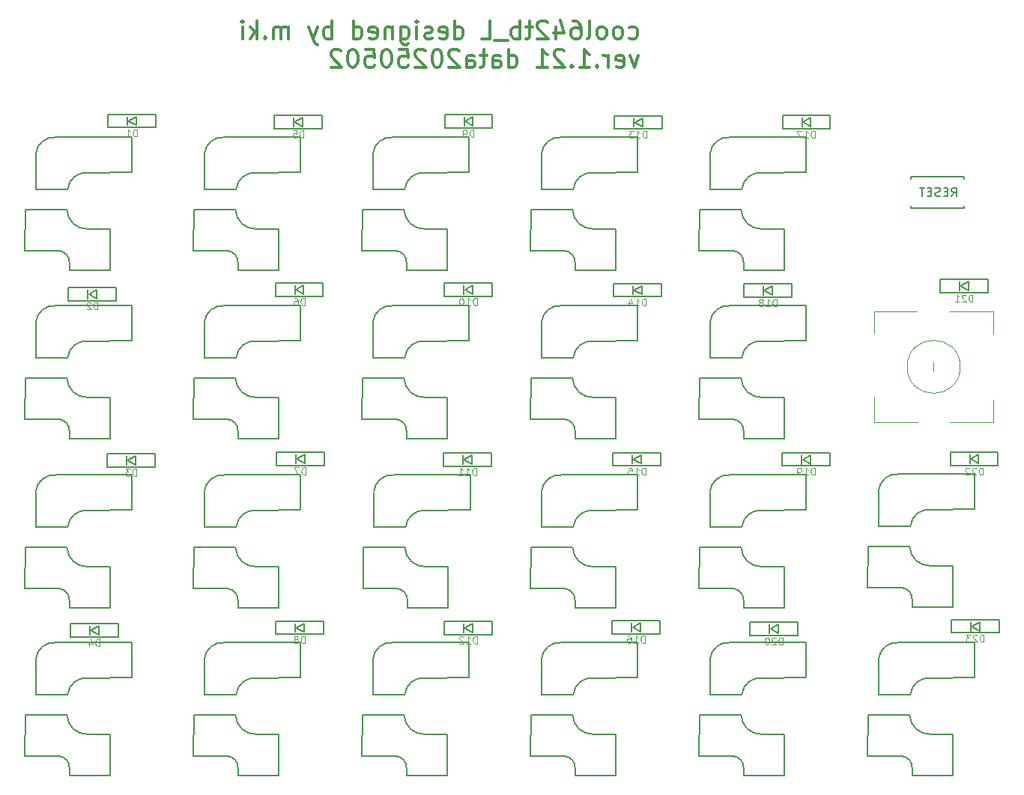
<source format=gbr>
%TF.GenerationSoftware,KiCad,Pcbnew,8.0.7*%
%TF.CreationDate,2025-05-02T22:34:39+09:00*%
%TF.ProjectId,cool642tb_L,636f6f6c-3634-4327-9462-5f4c2e6b6963,rev?*%
%TF.SameCoordinates,Original*%
%TF.FileFunction,Legend,Bot*%
%TF.FilePolarity,Positive*%
%FSLAX46Y46*%
G04 Gerber Fmt 4.6, Leading zero omitted, Abs format (unit mm)*
G04 Created by KiCad (PCBNEW 8.0.7) date 2025-05-02 22:34:39*
%MOMM*%
%LPD*%
G01*
G04 APERTURE LIST*
%ADD10C,0.300000*%
%ADD11C,0.125000*%
%ADD12C,0.150000*%
%ADD13C,0.120000*%
G04 APERTURE END LIST*
D10*
X60979298Y18045488D02*
X61169774Y17950249D01*
X61169774Y17950249D02*
X61550727Y17950249D01*
X61550727Y17950249D02*
X61741203Y18045488D01*
X61741203Y18045488D02*
X61836441Y18140726D01*
X61836441Y18140726D02*
X61931679Y18331202D01*
X61931679Y18331202D02*
X61931679Y18902630D01*
X61931679Y18902630D02*
X61836441Y19093107D01*
X61836441Y19093107D02*
X61741203Y19188345D01*
X61741203Y19188345D02*
X61550727Y19283583D01*
X61550727Y19283583D02*
X61169774Y19283583D01*
X61169774Y19283583D02*
X60979298Y19188345D01*
X59836441Y17950249D02*
X60026917Y18045488D01*
X60026917Y18045488D02*
X60122155Y18140726D01*
X60122155Y18140726D02*
X60217393Y18331202D01*
X60217393Y18331202D02*
X60217393Y18902630D01*
X60217393Y18902630D02*
X60122155Y19093107D01*
X60122155Y19093107D02*
X60026917Y19188345D01*
X60026917Y19188345D02*
X59836441Y19283583D01*
X59836441Y19283583D02*
X59550726Y19283583D01*
X59550726Y19283583D02*
X59360250Y19188345D01*
X59360250Y19188345D02*
X59265012Y19093107D01*
X59265012Y19093107D02*
X59169774Y18902630D01*
X59169774Y18902630D02*
X59169774Y18331202D01*
X59169774Y18331202D02*
X59265012Y18140726D01*
X59265012Y18140726D02*
X59360250Y18045488D01*
X59360250Y18045488D02*
X59550726Y17950249D01*
X59550726Y17950249D02*
X59836441Y17950249D01*
X58026917Y17950249D02*
X58217393Y18045488D01*
X58217393Y18045488D02*
X58312631Y18140726D01*
X58312631Y18140726D02*
X58407869Y18331202D01*
X58407869Y18331202D02*
X58407869Y18902630D01*
X58407869Y18902630D02*
X58312631Y19093107D01*
X58312631Y19093107D02*
X58217393Y19188345D01*
X58217393Y19188345D02*
X58026917Y19283583D01*
X58026917Y19283583D02*
X57741202Y19283583D01*
X57741202Y19283583D02*
X57550726Y19188345D01*
X57550726Y19188345D02*
X57455488Y19093107D01*
X57455488Y19093107D02*
X57360250Y18902630D01*
X57360250Y18902630D02*
X57360250Y18331202D01*
X57360250Y18331202D02*
X57455488Y18140726D01*
X57455488Y18140726D02*
X57550726Y18045488D01*
X57550726Y18045488D02*
X57741202Y17950249D01*
X57741202Y17950249D02*
X58026917Y17950249D01*
X56217393Y17950249D02*
X56407869Y18045488D01*
X56407869Y18045488D02*
X56503107Y18235964D01*
X56503107Y18235964D02*
X56503107Y19950249D01*
X54598345Y19950249D02*
X54979298Y19950249D01*
X54979298Y19950249D02*
X55169774Y19855011D01*
X55169774Y19855011D02*
X55265012Y19759773D01*
X55265012Y19759773D02*
X55455488Y19474059D01*
X55455488Y19474059D02*
X55550726Y19093107D01*
X55550726Y19093107D02*
X55550726Y18331202D01*
X55550726Y18331202D02*
X55455488Y18140726D01*
X55455488Y18140726D02*
X55360250Y18045488D01*
X55360250Y18045488D02*
X55169774Y17950249D01*
X55169774Y17950249D02*
X54788821Y17950249D01*
X54788821Y17950249D02*
X54598345Y18045488D01*
X54598345Y18045488D02*
X54503107Y18140726D01*
X54503107Y18140726D02*
X54407869Y18331202D01*
X54407869Y18331202D02*
X54407869Y18807392D01*
X54407869Y18807392D02*
X54503107Y18997868D01*
X54503107Y18997868D02*
X54598345Y19093107D01*
X54598345Y19093107D02*
X54788821Y19188345D01*
X54788821Y19188345D02*
X55169774Y19188345D01*
X55169774Y19188345D02*
X55360250Y19093107D01*
X55360250Y19093107D02*
X55455488Y18997868D01*
X55455488Y18997868D02*
X55550726Y18807392D01*
X52693583Y19283583D02*
X52693583Y17950249D01*
X53169774Y20045488D02*
X53645964Y18616916D01*
X53645964Y18616916D02*
X52407869Y18616916D01*
X51741202Y19759773D02*
X51645964Y19855011D01*
X51645964Y19855011D02*
X51455488Y19950249D01*
X51455488Y19950249D02*
X50979297Y19950249D01*
X50979297Y19950249D02*
X50788821Y19855011D01*
X50788821Y19855011D02*
X50693583Y19759773D01*
X50693583Y19759773D02*
X50598345Y19569297D01*
X50598345Y19569297D02*
X50598345Y19378821D01*
X50598345Y19378821D02*
X50693583Y19093107D01*
X50693583Y19093107D02*
X51836440Y17950249D01*
X51836440Y17950249D02*
X50598345Y17950249D01*
X50026916Y19283583D02*
X49265012Y19283583D01*
X49741202Y19950249D02*
X49741202Y18235964D01*
X49741202Y18235964D02*
X49645964Y18045488D01*
X49645964Y18045488D02*
X49455488Y17950249D01*
X49455488Y17950249D02*
X49265012Y17950249D01*
X48598345Y17950249D02*
X48598345Y19950249D01*
X48598345Y19188345D02*
X48407869Y19283583D01*
X48407869Y19283583D02*
X48026916Y19283583D01*
X48026916Y19283583D02*
X47836440Y19188345D01*
X47836440Y19188345D02*
X47741202Y19093107D01*
X47741202Y19093107D02*
X47645964Y18902630D01*
X47645964Y18902630D02*
X47645964Y18331202D01*
X47645964Y18331202D02*
X47741202Y18140726D01*
X47741202Y18140726D02*
X47836440Y18045488D01*
X47836440Y18045488D02*
X48026916Y17950249D01*
X48026916Y17950249D02*
X48407869Y17950249D01*
X48407869Y17950249D02*
X48598345Y18045488D01*
X47265012Y17759773D02*
X45741202Y17759773D01*
X44312630Y17950249D02*
X45265011Y17950249D01*
X45265011Y17950249D02*
X45265011Y19950249D01*
X41265010Y17950249D02*
X41265010Y19950249D01*
X41265010Y18045488D02*
X41455486Y17950249D01*
X41455486Y17950249D02*
X41836439Y17950249D01*
X41836439Y17950249D02*
X42026915Y18045488D01*
X42026915Y18045488D02*
X42122153Y18140726D01*
X42122153Y18140726D02*
X42217391Y18331202D01*
X42217391Y18331202D02*
X42217391Y18902630D01*
X42217391Y18902630D02*
X42122153Y19093107D01*
X42122153Y19093107D02*
X42026915Y19188345D01*
X42026915Y19188345D02*
X41836439Y19283583D01*
X41836439Y19283583D02*
X41455486Y19283583D01*
X41455486Y19283583D02*
X41265010Y19188345D01*
X39550724Y18045488D02*
X39741200Y17950249D01*
X39741200Y17950249D02*
X40122153Y17950249D01*
X40122153Y17950249D02*
X40312629Y18045488D01*
X40312629Y18045488D02*
X40407867Y18235964D01*
X40407867Y18235964D02*
X40407867Y18997868D01*
X40407867Y18997868D02*
X40312629Y19188345D01*
X40312629Y19188345D02*
X40122153Y19283583D01*
X40122153Y19283583D02*
X39741200Y19283583D01*
X39741200Y19283583D02*
X39550724Y19188345D01*
X39550724Y19188345D02*
X39455486Y18997868D01*
X39455486Y18997868D02*
X39455486Y18807392D01*
X39455486Y18807392D02*
X40407867Y18616916D01*
X38693581Y18045488D02*
X38503105Y17950249D01*
X38503105Y17950249D02*
X38122153Y17950249D01*
X38122153Y17950249D02*
X37931676Y18045488D01*
X37931676Y18045488D02*
X37836438Y18235964D01*
X37836438Y18235964D02*
X37836438Y18331202D01*
X37836438Y18331202D02*
X37931676Y18521678D01*
X37931676Y18521678D02*
X38122153Y18616916D01*
X38122153Y18616916D02*
X38407867Y18616916D01*
X38407867Y18616916D02*
X38598343Y18712154D01*
X38598343Y18712154D02*
X38693581Y18902630D01*
X38693581Y18902630D02*
X38693581Y18997868D01*
X38693581Y18997868D02*
X38598343Y19188345D01*
X38598343Y19188345D02*
X38407867Y19283583D01*
X38407867Y19283583D02*
X38122153Y19283583D01*
X38122153Y19283583D02*
X37931676Y19188345D01*
X36979295Y17950249D02*
X36979295Y19283583D01*
X36979295Y19950249D02*
X37074533Y19855011D01*
X37074533Y19855011D02*
X36979295Y19759773D01*
X36979295Y19759773D02*
X36884057Y19855011D01*
X36884057Y19855011D02*
X36979295Y19950249D01*
X36979295Y19950249D02*
X36979295Y19759773D01*
X35169771Y19283583D02*
X35169771Y17664535D01*
X35169771Y17664535D02*
X35265009Y17474059D01*
X35265009Y17474059D02*
X35360247Y17378821D01*
X35360247Y17378821D02*
X35550724Y17283583D01*
X35550724Y17283583D02*
X35836438Y17283583D01*
X35836438Y17283583D02*
X36026914Y17378821D01*
X35169771Y18045488D02*
X35360247Y17950249D01*
X35360247Y17950249D02*
X35741200Y17950249D01*
X35741200Y17950249D02*
X35931676Y18045488D01*
X35931676Y18045488D02*
X36026914Y18140726D01*
X36026914Y18140726D02*
X36122152Y18331202D01*
X36122152Y18331202D02*
X36122152Y18902630D01*
X36122152Y18902630D02*
X36026914Y19093107D01*
X36026914Y19093107D02*
X35931676Y19188345D01*
X35931676Y19188345D02*
X35741200Y19283583D01*
X35741200Y19283583D02*
X35360247Y19283583D01*
X35360247Y19283583D02*
X35169771Y19188345D01*
X34217390Y19283583D02*
X34217390Y17950249D01*
X34217390Y19093107D02*
X34122152Y19188345D01*
X34122152Y19188345D02*
X33931676Y19283583D01*
X33931676Y19283583D02*
X33645961Y19283583D01*
X33645961Y19283583D02*
X33455485Y19188345D01*
X33455485Y19188345D02*
X33360247Y18997868D01*
X33360247Y18997868D02*
X33360247Y17950249D01*
X31645961Y18045488D02*
X31836437Y17950249D01*
X31836437Y17950249D02*
X32217390Y17950249D01*
X32217390Y17950249D02*
X32407866Y18045488D01*
X32407866Y18045488D02*
X32503104Y18235964D01*
X32503104Y18235964D02*
X32503104Y18997868D01*
X32503104Y18997868D02*
X32407866Y19188345D01*
X32407866Y19188345D02*
X32217390Y19283583D01*
X32217390Y19283583D02*
X31836437Y19283583D01*
X31836437Y19283583D02*
X31645961Y19188345D01*
X31645961Y19188345D02*
X31550723Y18997868D01*
X31550723Y18997868D02*
X31550723Y18807392D01*
X31550723Y18807392D02*
X32503104Y18616916D01*
X29836437Y17950249D02*
X29836437Y19950249D01*
X29836437Y18045488D02*
X30026913Y17950249D01*
X30026913Y17950249D02*
X30407866Y17950249D01*
X30407866Y17950249D02*
X30598342Y18045488D01*
X30598342Y18045488D02*
X30693580Y18140726D01*
X30693580Y18140726D02*
X30788818Y18331202D01*
X30788818Y18331202D02*
X30788818Y18902630D01*
X30788818Y18902630D02*
X30693580Y19093107D01*
X30693580Y19093107D02*
X30598342Y19188345D01*
X30598342Y19188345D02*
X30407866Y19283583D01*
X30407866Y19283583D02*
X30026913Y19283583D01*
X30026913Y19283583D02*
X29836437Y19188345D01*
X27360246Y17950249D02*
X27360246Y19950249D01*
X27360246Y19188345D02*
X27169770Y19283583D01*
X27169770Y19283583D02*
X26788817Y19283583D01*
X26788817Y19283583D02*
X26598341Y19188345D01*
X26598341Y19188345D02*
X26503103Y19093107D01*
X26503103Y19093107D02*
X26407865Y18902630D01*
X26407865Y18902630D02*
X26407865Y18331202D01*
X26407865Y18331202D02*
X26503103Y18140726D01*
X26503103Y18140726D02*
X26598341Y18045488D01*
X26598341Y18045488D02*
X26788817Y17950249D01*
X26788817Y17950249D02*
X27169770Y17950249D01*
X27169770Y17950249D02*
X27360246Y18045488D01*
X25741198Y19283583D02*
X25265008Y17950249D01*
X24788817Y19283583D02*
X25265008Y17950249D01*
X25265008Y17950249D02*
X25455484Y17474059D01*
X25455484Y17474059D02*
X25550722Y17378821D01*
X25550722Y17378821D02*
X25741198Y17283583D01*
X22503102Y17950249D02*
X22503102Y19283583D01*
X22503102Y19093107D02*
X22407864Y19188345D01*
X22407864Y19188345D02*
X22217388Y19283583D01*
X22217388Y19283583D02*
X21931673Y19283583D01*
X21931673Y19283583D02*
X21741197Y19188345D01*
X21741197Y19188345D02*
X21645959Y18997868D01*
X21645959Y18997868D02*
X21645959Y17950249D01*
X21645959Y18997868D02*
X21550721Y19188345D01*
X21550721Y19188345D02*
X21360245Y19283583D01*
X21360245Y19283583D02*
X21074531Y19283583D01*
X21074531Y19283583D02*
X20884054Y19188345D01*
X20884054Y19188345D02*
X20788816Y18997868D01*
X20788816Y18997868D02*
X20788816Y17950249D01*
X19836435Y18140726D02*
X19741197Y18045488D01*
X19741197Y18045488D02*
X19836435Y17950249D01*
X19836435Y17950249D02*
X19931673Y18045488D01*
X19931673Y18045488D02*
X19836435Y18140726D01*
X19836435Y18140726D02*
X19836435Y17950249D01*
X18884054Y17950249D02*
X18884054Y19950249D01*
X18693578Y18712154D02*
X18122149Y17950249D01*
X18122149Y19283583D02*
X18884054Y18521678D01*
X17265006Y17950249D02*
X17265006Y19283583D01*
X17265006Y19950249D02*
X17360244Y19855011D01*
X17360244Y19855011D02*
X17265006Y19759773D01*
X17265006Y19759773D02*
X17169768Y19855011D01*
X17169768Y19855011D02*
X17265006Y19950249D01*
X17265006Y19950249D02*
X17265006Y19759773D01*
X62026917Y16063695D02*
X61550727Y14730361D01*
X61550727Y14730361D02*
X61074536Y16063695D01*
X59550726Y14825600D02*
X59741202Y14730361D01*
X59741202Y14730361D02*
X60122155Y14730361D01*
X60122155Y14730361D02*
X60312631Y14825600D01*
X60312631Y14825600D02*
X60407869Y15016076D01*
X60407869Y15016076D02*
X60407869Y15777980D01*
X60407869Y15777980D02*
X60312631Y15968457D01*
X60312631Y15968457D02*
X60122155Y16063695D01*
X60122155Y16063695D02*
X59741202Y16063695D01*
X59741202Y16063695D02*
X59550726Y15968457D01*
X59550726Y15968457D02*
X59455488Y15777980D01*
X59455488Y15777980D02*
X59455488Y15587504D01*
X59455488Y15587504D02*
X60407869Y15397028D01*
X58598345Y14730361D02*
X58598345Y16063695D01*
X58598345Y15682742D02*
X58503107Y15873219D01*
X58503107Y15873219D02*
X58407869Y15968457D01*
X58407869Y15968457D02*
X58217393Y16063695D01*
X58217393Y16063695D02*
X58026916Y16063695D01*
X57360250Y14920838D02*
X57265012Y14825600D01*
X57265012Y14825600D02*
X57360250Y14730361D01*
X57360250Y14730361D02*
X57455488Y14825600D01*
X57455488Y14825600D02*
X57360250Y14920838D01*
X57360250Y14920838D02*
X57360250Y14730361D01*
X55360250Y14730361D02*
X56503107Y14730361D01*
X55931679Y14730361D02*
X55931679Y16730361D01*
X55931679Y16730361D02*
X56122155Y16444647D01*
X56122155Y16444647D02*
X56312631Y16254171D01*
X56312631Y16254171D02*
X56503107Y16158933D01*
X54503107Y14920838D02*
X54407869Y14825600D01*
X54407869Y14825600D02*
X54503107Y14730361D01*
X54503107Y14730361D02*
X54598345Y14825600D01*
X54598345Y14825600D02*
X54503107Y14920838D01*
X54503107Y14920838D02*
X54503107Y14730361D01*
X53645964Y16539885D02*
X53550726Y16635123D01*
X53550726Y16635123D02*
X53360250Y16730361D01*
X53360250Y16730361D02*
X52884059Y16730361D01*
X52884059Y16730361D02*
X52693583Y16635123D01*
X52693583Y16635123D02*
X52598345Y16539885D01*
X52598345Y16539885D02*
X52503107Y16349409D01*
X52503107Y16349409D02*
X52503107Y16158933D01*
X52503107Y16158933D02*
X52598345Y15873219D01*
X52598345Y15873219D02*
X53741202Y14730361D01*
X53741202Y14730361D02*
X52503107Y14730361D01*
X50598345Y14730361D02*
X51741202Y14730361D01*
X51169774Y14730361D02*
X51169774Y16730361D01*
X51169774Y16730361D02*
X51360250Y16444647D01*
X51360250Y16444647D02*
X51550726Y16254171D01*
X51550726Y16254171D02*
X51741202Y16158933D01*
X47360249Y14730361D02*
X47360249Y16730361D01*
X47360249Y14825600D02*
X47550725Y14730361D01*
X47550725Y14730361D02*
X47931678Y14730361D01*
X47931678Y14730361D02*
X48122154Y14825600D01*
X48122154Y14825600D02*
X48217392Y14920838D01*
X48217392Y14920838D02*
X48312630Y15111314D01*
X48312630Y15111314D02*
X48312630Y15682742D01*
X48312630Y15682742D02*
X48217392Y15873219D01*
X48217392Y15873219D02*
X48122154Y15968457D01*
X48122154Y15968457D02*
X47931678Y16063695D01*
X47931678Y16063695D02*
X47550725Y16063695D01*
X47550725Y16063695D02*
X47360249Y15968457D01*
X45550725Y14730361D02*
X45550725Y15777980D01*
X45550725Y15777980D02*
X45645963Y15968457D01*
X45645963Y15968457D02*
X45836439Y16063695D01*
X45836439Y16063695D02*
X46217392Y16063695D01*
X46217392Y16063695D02*
X46407868Y15968457D01*
X45550725Y14825600D02*
X45741201Y14730361D01*
X45741201Y14730361D02*
X46217392Y14730361D01*
X46217392Y14730361D02*
X46407868Y14825600D01*
X46407868Y14825600D02*
X46503106Y15016076D01*
X46503106Y15016076D02*
X46503106Y15206552D01*
X46503106Y15206552D02*
X46407868Y15397028D01*
X46407868Y15397028D02*
X46217392Y15492266D01*
X46217392Y15492266D02*
X45741201Y15492266D01*
X45741201Y15492266D02*
X45550725Y15587504D01*
X44884058Y16063695D02*
X44122154Y16063695D01*
X44598344Y16730361D02*
X44598344Y15016076D01*
X44598344Y15016076D02*
X44503106Y14825600D01*
X44503106Y14825600D02*
X44312630Y14730361D01*
X44312630Y14730361D02*
X44122154Y14730361D01*
X42598344Y14730361D02*
X42598344Y15777980D01*
X42598344Y15777980D02*
X42693582Y15968457D01*
X42693582Y15968457D02*
X42884058Y16063695D01*
X42884058Y16063695D02*
X43265011Y16063695D01*
X43265011Y16063695D02*
X43455487Y15968457D01*
X42598344Y14825600D02*
X42788820Y14730361D01*
X42788820Y14730361D02*
X43265011Y14730361D01*
X43265011Y14730361D02*
X43455487Y14825600D01*
X43455487Y14825600D02*
X43550725Y15016076D01*
X43550725Y15016076D02*
X43550725Y15206552D01*
X43550725Y15206552D02*
X43455487Y15397028D01*
X43455487Y15397028D02*
X43265011Y15492266D01*
X43265011Y15492266D02*
X42788820Y15492266D01*
X42788820Y15492266D02*
X42598344Y15587504D01*
X41741201Y16539885D02*
X41645963Y16635123D01*
X41645963Y16635123D02*
X41455487Y16730361D01*
X41455487Y16730361D02*
X40979296Y16730361D01*
X40979296Y16730361D02*
X40788820Y16635123D01*
X40788820Y16635123D02*
X40693582Y16539885D01*
X40693582Y16539885D02*
X40598344Y16349409D01*
X40598344Y16349409D02*
X40598344Y16158933D01*
X40598344Y16158933D02*
X40693582Y15873219D01*
X40693582Y15873219D02*
X41836439Y14730361D01*
X41836439Y14730361D02*
X40598344Y14730361D01*
X39360249Y16730361D02*
X39169772Y16730361D01*
X39169772Y16730361D02*
X38979296Y16635123D01*
X38979296Y16635123D02*
X38884058Y16539885D01*
X38884058Y16539885D02*
X38788820Y16349409D01*
X38788820Y16349409D02*
X38693582Y15968457D01*
X38693582Y15968457D02*
X38693582Y15492266D01*
X38693582Y15492266D02*
X38788820Y15111314D01*
X38788820Y15111314D02*
X38884058Y14920838D01*
X38884058Y14920838D02*
X38979296Y14825600D01*
X38979296Y14825600D02*
X39169772Y14730361D01*
X39169772Y14730361D02*
X39360249Y14730361D01*
X39360249Y14730361D02*
X39550725Y14825600D01*
X39550725Y14825600D02*
X39645963Y14920838D01*
X39645963Y14920838D02*
X39741201Y15111314D01*
X39741201Y15111314D02*
X39836439Y15492266D01*
X39836439Y15492266D02*
X39836439Y15968457D01*
X39836439Y15968457D02*
X39741201Y16349409D01*
X39741201Y16349409D02*
X39645963Y16539885D01*
X39645963Y16539885D02*
X39550725Y16635123D01*
X39550725Y16635123D02*
X39360249Y16730361D01*
X37931677Y16539885D02*
X37836439Y16635123D01*
X37836439Y16635123D02*
X37645963Y16730361D01*
X37645963Y16730361D02*
X37169772Y16730361D01*
X37169772Y16730361D02*
X36979296Y16635123D01*
X36979296Y16635123D02*
X36884058Y16539885D01*
X36884058Y16539885D02*
X36788820Y16349409D01*
X36788820Y16349409D02*
X36788820Y16158933D01*
X36788820Y16158933D02*
X36884058Y15873219D01*
X36884058Y15873219D02*
X38026915Y14730361D01*
X38026915Y14730361D02*
X36788820Y14730361D01*
X34979296Y16730361D02*
X35931677Y16730361D01*
X35931677Y16730361D02*
X36026915Y15777980D01*
X36026915Y15777980D02*
X35931677Y15873219D01*
X35931677Y15873219D02*
X35741201Y15968457D01*
X35741201Y15968457D02*
X35265010Y15968457D01*
X35265010Y15968457D02*
X35074534Y15873219D01*
X35074534Y15873219D02*
X34979296Y15777980D01*
X34979296Y15777980D02*
X34884058Y15587504D01*
X34884058Y15587504D02*
X34884058Y15111314D01*
X34884058Y15111314D02*
X34979296Y14920838D01*
X34979296Y14920838D02*
X35074534Y14825600D01*
X35074534Y14825600D02*
X35265010Y14730361D01*
X35265010Y14730361D02*
X35741201Y14730361D01*
X35741201Y14730361D02*
X35931677Y14825600D01*
X35931677Y14825600D02*
X36026915Y14920838D01*
X33645963Y16730361D02*
X33455486Y16730361D01*
X33455486Y16730361D02*
X33265010Y16635123D01*
X33265010Y16635123D02*
X33169772Y16539885D01*
X33169772Y16539885D02*
X33074534Y16349409D01*
X33074534Y16349409D02*
X32979296Y15968457D01*
X32979296Y15968457D02*
X32979296Y15492266D01*
X32979296Y15492266D02*
X33074534Y15111314D01*
X33074534Y15111314D02*
X33169772Y14920838D01*
X33169772Y14920838D02*
X33265010Y14825600D01*
X33265010Y14825600D02*
X33455486Y14730361D01*
X33455486Y14730361D02*
X33645963Y14730361D01*
X33645963Y14730361D02*
X33836439Y14825600D01*
X33836439Y14825600D02*
X33931677Y14920838D01*
X33931677Y14920838D02*
X34026915Y15111314D01*
X34026915Y15111314D02*
X34122153Y15492266D01*
X34122153Y15492266D02*
X34122153Y15968457D01*
X34122153Y15968457D02*
X34026915Y16349409D01*
X34026915Y16349409D02*
X33931677Y16539885D01*
X33931677Y16539885D02*
X33836439Y16635123D01*
X33836439Y16635123D02*
X33645963Y16730361D01*
X31169772Y16730361D02*
X32122153Y16730361D01*
X32122153Y16730361D02*
X32217391Y15777980D01*
X32217391Y15777980D02*
X32122153Y15873219D01*
X32122153Y15873219D02*
X31931677Y15968457D01*
X31931677Y15968457D02*
X31455486Y15968457D01*
X31455486Y15968457D02*
X31265010Y15873219D01*
X31265010Y15873219D02*
X31169772Y15777980D01*
X31169772Y15777980D02*
X31074534Y15587504D01*
X31074534Y15587504D02*
X31074534Y15111314D01*
X31074534Y15111314D02*
X31169772Y14920838D01*
X31169772Y14920838D02*
X31265010Y14825600D01*
X31265010Y14825600D02*
X31455486Y14730361D01*
X31455486Y14730361D02*
X31931677Y14730361D01*
X31931677Y14730361D02*
X32122153Y14825600D01*
X32122153Y14825600D02*
X32217391Y14920838D01*
X29836439Y16730361D02*
X29645962Y16730361D01*
X29645962Y16730361D02*
X29455486Y16635123D01*
X29455486Y16635123D02*
X29360248Y16539885D01*
X29360248Y16539885D02*
X29265010Y16349409D01*
X29265010Y16349409D02*
X29169772Y15968457D01*
X29169772Y15968457D02*
X29169772Y15492266D01*
X29169772Y15492266D02*
X29265010Y15111314D01*
X29265010Y15111314D02*
X29360248Y14920838D01*
X29360248Y14920838D02*
X29455486Y14825600D01*
X29455486Y14825600D02*
X29645962Y14730361D01*
X29645962Y14730361D02*
X29836439Y14730361D01*
X29836439Y14730361D02*
X30026915Y14825600D01*
X30026915Y14825600D02*
X30122153Y14920838D01*
X30122153Y14920838D02*
X30217391Y15111314D01*
X30217391Y15111314D02*
X30312629Y15492266D01*
X30312629Y15492266D02*
X30312629Y15968457D01*
X30312629Y15968457D02*
X30217391Y16349409D01*
X30217391Y16349409D02*
X30122153Y16539885D01*
X30122153Y16539885D02*
X30026915Y16635123D01*
X30026915Y16635123D02*
X29836439Y16730361D01*
X28407867Y16539885D02*
X28312629Y16635123D01*
X28312629Y16635123D02*
X28122153Y16730361D01*
X28122153Y16730361D02*
X27645962Y16730361D01*
X27645962Y16730361D02*
X27455486Y16635123D01*
X27455486Y16635123D02*
X27360248Y16539885D01*
X27360248Y16539885D02*
X27265010Y16349409D01*
X27265010Y16349409D02*
X27265010Y16158933D01*
X27265010Y16158933D02*
X27360248Y15873219D01*
X27360248Y15873219D02*
X28503105Y14730361D01*
X28503105Y14730361D02*
X27265010Y14730361D01*
D11*
X5290475Y-31483595D02*
X5290475Y-30683595D01*
X5290475Y-30683595D02*
X5099999Y-30683595D01*
X5099999Y-30683595D02*
X4985713Y-30721690D01*
X4985713Y-30721690D02*
X4909523Y-30797880D01*
X4909523Y-30797880D02*
X4871428Y-30874071D01*
X4871428Y-30874071D02*
X4833332Y-31026452D01*
X4833332Y-31026452D02*
X4833332Y-31140738D01*
X4833332Y-31140738D02*
X4871428Y-31293119D01*
X4871428Y-31293119D02*
X4909523Y-31369309D01*
X4909523Y-31369309D02*
X4985713Y-31445500D01*
X4985713Y-31445500D02*
X5099999Y-31483595D01*
X5099999Y-31483595D02*
X5290475Y-31483595D01*
X4566666Y-30683595D02*
X4071428Y-30683595D01*
X4071428Y-30683595D02*
X4338094Y-30988357D01*
X4338094Y-30988357D02*
X4223809Y-30988357D01*
X4223809Y-30988357D02*
X4147618Y-31026452D01*
X4147618Y-31026452D02*
X4109523Y-31064547D01*
X4109523Y-31064547D02*
X4071428Y-31140738D01*
X4071428Y-31140738D02*
X4071428Y-31331214D01*
X4071428Y-31331214D02*
X4109523Y-31407404D01*
X4109523Y-31407404D02*
X4147618Y-31445500D01*
X4147618Y-31445500D02*
X4223809Y-31483595D01*
X4223809Y-31483595D02*
X4452380Y-31483595D01*
X4452380Y-31483595D02*
X4528571Y-31445500D01*
X4528571Y-31445500D02*
X4566666Y-31407404D01*
X62951428Y6716404D02*
X62951428Y7516404D01*
X62951428Y7516404D02*
X62760952Y7516404D01*
X62760952Y7516404D02*
X62646666Y7478309D01*
X62646666Y7478309D02*
X62570476Y7402119D01*
X62570476Y7402119D02*
X62532381Y7325928D01*
X62532381Y7325928D02*
X62494285Y7173547D01*
X62494285Y7173547D02*
X62494285Y7059261D01*
X62494285Y7059261D02*
X62532381Y6906880D01*
X62532381Y6906880D02*
X62570476Y6830690D01*
X62570476Y6830690D02*
X62646666Y6754500D01*
X62646666Y6754500D02*
X62760952Y6716404D01*
X62760952Y6716404D02*
X62951428Y6716404D01*
X61732381Y6716404D02*
X62189524Y6716404D01*
X61960952Y6716404D02*
X61960952Y7516404D01*
X61960952Y7516404D02*
X62037143Y7402119D01*
X62037143Y7402119D02*
X62113333Y7325928D01*
X62113333Y7325928D02*
X62189524Y7287833D01*
X61465714Y7516404D02*
X60970476Y7516404D01*
X60970476Y7516404D02*
X61237142Y7211642D01*
X61237142Y7211642D02*
X61122857Y7211642D01*
X61122857Y7211642D02*
X61046666Y7173547D01*
X61046666Y7173547D02*
X61008571Y7135452D01*
X61008571Y7135452D02*
X60970476Y7059261D01*
X60970476Y7059261D02*
X60970476Y6868785D01*
X60970476Y6868785D02*
X61008571Y6792595D01*
X61008571Y6792595D02*
X61046666Y6754500D01*
X61046666Y6754500D02*
X61122857Y6716404D01*
X61122857Y6716404D02*
X61351428Y6716404D01*
X61351428Y6716404D02*
X61427619Y6754500D01*
X61427619Y6754500D02*
X61465714Y6792595D01*
X43781428Y-12183595D02*
X43781428Y-11383595D01*
X43781428Y-11383595D02*
X43590952Y-11383595D01*
X43590952Y-11383595D02*
X43476666Y-11421690D01*
X43476666Y-11421690D02*
X43400476Y-11497880D01*
X43400476Y-11497880D02*
X43362381Y-11574071D01*
X43362381Y-11574071D02*
X43324285Y-11726452D01*
X43324285Y-11726452D02*
X43324285Y-11840738D01*
X43324285Y-11840738D02*
X43362381Y-11993119D01*
X43362381Y-11993119D02*
X43400476Y-12069309D01*
X43400476Y-12069309D02*
X43476666Y-12145500D01*
X43476666Y-12145500D02*
X43590952Y-12183595D01*
X43590952Y-12183595D02*
X43781428Y-12183595D01*
X42562381Y-12183595D02*
X43019524Y-12183595D01*
X42790952Y-12183595D02*
X42790952Y-11383595D01*
X42790952Y-11383595D02*
X42867143Y-11497880D01*
X42867143Y-11497880D02*
X42943333Y-11574071D01*
X42943333Y-11574071D02*
X43019524Y-11612166D01*
X42067142Y-11383595D02*
X41990952Y-11383595D01*
X41990952Y-11383595D02*
X41914761Y-11421690D01*
X41914761Y-11421690D02*
X41876666Y-11459785D01*
X41876666Y-11459785D02*
X41838571Y-11535976D01*
X41838571Y-11535976D02*
X41800476Y-11688357D01*
X41800476Y-11688357D02*
X41800476Y-11878833D01*
X41800476Y-11878833D02*
X41838571Y-12031214D01*
X41838571Y-12031214D02*
X41876666Y-12107404D01*
X41876666Y-12107404D02*
X41914761Y-12145500D01*
X41914761Y-12145500D02*
X41990952Y-12183595D01*
X41990952Y-12183595D02*
X42067142Y-12183595D01*
X42067142Y-12183595D02*
X42143333Y-12145500D01*
X42143333Y-12145500D02*
X42181428Y-12107404D01*
X42181428Y-12107404D02*
X42219523Y-12031214D01*
X42219523Y-12031214D02*
X42257619Y-11878833D01*
X42257619Y-11878833D02*
X42257619Y-11688357D01*
X42257619Y-11688357D02*
X42219523Y-11535976D01*
X42219523Y-11535976D02*
X42181428Y-11459785D01*
X42181428Y-11459785D02*
X42143333Y-11421690D01*
X42143333Y-11421690D02*
X42067142Y-11383595D01*
X81971428Y-31393595D02*
X81971428Y-30593595D01*
X81971428Y-30593595D02*
X81780952Y-30593595D01*
X81780952Y-30593595D02*
X81666666Y-30631690D01*
X81666666Y-30631690D02*
X81590476Y-30707880D01*
X81590476Y-30707880D02*
X81552381Y-30784071D01*
X81552381Y-30784071D02*
X81514285Y-30936452D01*
X81514285Y-30936452D02*
X81514285Y-31050738D01*
X81514285Y-31050738D02*
X81552381Y-31203119D01*
X81552381Y-31203119D02*
X81590476Y-31279309D01*
X81590476Y-31279309D02*
X81666666Y-31355500D01*
X81666666Y-31355500D02*
X81780952Y-31393595D01*
X81780952Y-31393595D02*
X81971428Y-31393595D01*
X80752381Y-31393595D02*
X81209524Y-31393595D01*
X80980952Y-31393595D02*
X80980952Y-30593595D01*
X80980952Y-30593595D02*
X81057143Y-30707880D01*
X81057143Y-30707880D02*
X81133333Y-30784071D01*
X81133333Y-30784071D02*
X81209524Y-30822166D01*
X80371428Y-31393595D02*
X80219047Y-31393595D01*
X80219047Y-31393595D02*
X80142857Y-31355500D01*
X80142857Y-31355500D02*
X80104761Y-31317404D01*
X80104761Y-31317404D02*
X80028571Y-31203119D01*
X80028571Y-31203119D02*
X79990476Y-31050738D01*
X79990476Y-31050738D02*
X79990476Y-30745976D01*
X79990476Y-30745976D02*
X80028571Y-30669785D01*
X80028571Y-30669785D02*
X80066666Y-30631690D01*
X80066666Y-30631690D02*
X80142857Y-30593595D01*
X80142857Y-30593595D02*
X80295238Y-30593595D01*
X80295238Y-30593595D02*
X80371428Y-30631690D01*
X80371428Y-30631690D02*
X80409523Y-30669785D01*
X80409523Y-30669785D02*
X80447619Y-30745976D01*
X80447619Y-30745976D02*
X80447619Y-30936452D01*
X80447619Y-30936452D02*
X80409523Y-31012642D01*
X80409523Y-31012642D02*
X80371428Y-31050738D01*
X80371428Y-31050738D02*
X80295238Y-31088833D01*
X80295238Y-31088833D02*
X80142857Y-31088833D01*
X80142857Y-31088833D02*
X80066666Y-31050738D01*
X80066666Y-31050738D02*
X80028571Y-31012642D01*
X80028571Y-31012642D02*
X79990476Y-30936452D01*
D12*
X97429381Y105180D02*
X97762714Y581371D01*
X98000809Y105180D02*
X98000809Y1105180D01*
X98000809Y1105180D02*
X97619857Y1105180D01*
X97619857Y1105180D02*
X97524619Y1057561D01*
X97524619Y1057561D02*
X97477000Y1009942D01*
X97477000Y1009942D02*
X97429381Y914704D01*
X97429381Y914704D02*
X97429381Y771847D01*
X97429381Y771847D02*
X97477000Y676609D01*
X97477000Y676609D02*
X97524619Y628990D01*
X97524619Y628990D02*
X97619857Y581371D01*
X97619857Y581371D02*
X98000809Y581371D01*
X97000809Y628990D02*
X96667476Y628990D01*
X96524619Y105180D02*
X97000809Y105180D01*
X97000809Y105180D02*
X97000809Y1105180D01*
X97000809Y1105180D02*
X96524619Y1105180D01*
X96143666Y152800D02*
X96000809Y105180D01*
X96000809Y105180D02*
X95762714Y105180D01*
X95762714Y105180D02*
X95667476Y152800D01*
X95667476Y152800D02*
X95619857Y200419D01*
X95619857Y200419D02*
X95572238Y295657D01*
X95572238Y295657D02*
X95572238Y390895D01*
X95572238Y390895D02*
X95619857Y486133D01*
X95619857Y486133D02*
X95667476Y533752D01*
X95667476Y533752D02*
X95762714Y581371D01*
X95762714Y581371D02*
X95953190Y628990D01*
X95953190Y628990D02*
X96048428Y676609D01*
X96048428Y676609D02*
X96096047Y724228D01*
X96096047Y724228D02*
X96143666Y819466D01*
X96143666Y819466D02*
X96143666Y914704D01*
X96143666Y914704D02*
X96096047Y1009942D01*
X96096047Y1009942D02*
X96048428Y1057561D01*
X96048428Y1057561D02*
X95953190Y1105180D01*
X95953190Y1105180D02*
X95715095Y1105180D01*
X95715095Y1105180D02*
X95572238Y1057561D01*
X95143666Y628990D02*
X94810333Y628990D01*
X94667476Y105180D02*
X95143666Y105180D01*
X95143666Y105180D02*
X95143666Y1105180D01*
X95143666Y1105180D02*
X94667476Y1105180D01*
X94381761Y1105180D02*
X93810333Y1105180D01*
X94096047Y105180D02*
X94096047Y1105180D01*
D11*
X62741428Y-50363595D02*
X62741428Y-49563595D01*
X62741428Y-49563595D02*
X62550952Y-49563595D01*
X62550952Y-49563595D02*
X62436666Y-49601690D01*
X62436666Y-49601690D02*
X62360476Y-49677880D01*
X62360476Y-49677880D02*
X62322381Y-49754071D01*
X62322381Y-49754071D02*
X62284285Y-49906452D01*
X62284285Y-49906452D02*
X62284285Y-50020738D01*
X62284285Y-50020738D02*
X62322381Y-50173119D01*
X62322381Y-50173119D02*
X62360476Y-50249309D01*
X62360476Y-50249309D02*
X62436666Y-50325500D01*
X62436666Y-50325500D02*
X62550952Y-50363595D01*
X62550952Y-50363595D02*
X62741428Y-50363595D01*
X61522381Y-50363595D02*
X61979524Y-50363595D01*
X61750952Y-50363595D02*
X61750952Y-49563595D01*
X61750952Y-49563595D02*
X61827143Y-49677880D01*
X61827143Y-49677880D02*
X61903333Y-49754071D01*
X61903333Y-49754071D02*
X61979524Y-49792166D01*
X60836666Y-49563595D02*
X60989047Y-49563595D01*
X60989047Y-49563595D02*
X61065238Y-49601690D01*
X61065238Y-49601690D02*
X61103333Y-49639785D01*
X61103333Y-49639785D02*
X61179523Y-49754071D01*
X61179523Y-49754071D02*
X61217619Y-49906452D01*
X61217619Y-49906452D02*
X61217619Y-50211214D01*
X61217619Y-50211214D02*
X61179523Y-50287404D01*
X61179523Y-50287404D02*
X61141428Y-50325500D01*
X61141428Y-50325500D02*
X61065238Y-50363595D01*
X61065238Y-50363595D02*
X60912857Y-50363595D01*
X60912857Y-50363595D02*
X60836666Y-50325500D01*
X60836666Y-50325500D02*
X60798571Y-50287404D01*
X60798571Y-50287404D02*
X60760476Y-50211214D01*
X60760476Y-50211214D02*
X60760476Y-50020738D01*
X60760476Y-50020738D02*
X60798571Y-49944547D01*
X60798571Y-49944547D02*
X60836666Y-49906452D01*
X60836666Y-49906452D02*
X60912857Y-49868357D01*
X60912857Y-49868357D02*
X61065238Y-49868357D01*
X61065238Y-49868357D02*
X61141428Y-49906452D01*
X61141428Y-49906452D02*
X61179523Y-49944547D01*
X61179523Y-49944547D02*
X61217619Y-50020738D01*
X24390475Y-31333595D02*
X24390475Y-30533595D01*
X24390475Y-30533595D02*
X24199999Y-30533595D01*
X24199999Y-30533595D02*
X24085713Y-30571690D01*
X24085713Y-30571690D02*
X24009523Y-30647880D01*
X24009523Y-30647880D02*
X23971428Y-30724071D01*
X23971428Y-30724071D02*
X23933332Y-30876452D01*
X23933332Y-30876452D02*
X23933332Y-30990738D01*
X23933332Y-30990738D02*
X23971428Y-31143119D01*
X23971428Y-31143119D02*
X24009523Y-31219309D01*
X24009523Y-31219309D02*
X24085713Y-31295500D01*
X24085713Y-31295500D02*
X24199999Y-31333595D01*
X24199999Y-31333595D02*
X24390475Y-31333595D01*
X23666666Y-30533595D02*
X23133332Y-30533595D01*
X23133332Y-30533595D02*
X23476190Y-31333595D01*
X99806428Y-11803595D02*
X99806428Y-11003595D01*
X99806428Y-11003595D02*
X99615952Y-11003595D01*
X99615952Y-11003595D02*
X99501666Y-11041690D01*
X99501666Y-11041690D02*
X99425476Y-11117880D01*
X99425476Y-11117880D02*
X99387381Y-11194071D01*
X99387381Y-11194071D02*
X99349285Y-11346452D01*
X99349285Y-11346452D02*
X99349285Y-11460738D01*
X99349285Y-11460738D02*
X99387381Y-11613119D01*
X99387381Y-11613119D02*
X99425476Y-11689309D01*
X99425476Y-11689309D02*
X99501666Y-11765500D01*
X99501666Y-11765500D02*
X99615952Y-11803595D01*
X99615952Y-11803595D02*
X99806428Y-11803595D01*
X99044524Y-11079785D02*
X99006428Y-11041690D01*
X99006428Y-11041690D02*
X98930238Y-11003595D01*
X98930238Y-11003595D02*
X98739762Y-11003595D01*
X98739762Y-11003595D02*
X98663571Y-11041690D01*
X98663571Y-11041690D02*
X98625476Y-11079785D01*
X98625476Y-11079785D02*
X98587381Y-11155976D01*
X98587381Y-11155976D02*
X98587381Y-11232166D01*
X98587381Y-11232166D02*
X98625476Y-11346452D01*
X98625476Y-11346452D02*
X99082619Y-11803595D01*
X99082619Y-11803595D02*
X98587381Y-11803595D01*
X97825476Y-11803595D02*
X98282619Y-11803595D01*
X98054047Y-11803595D02*
X98054047Y-11003595D01*
X98054047Y-11003595D02*
X98130238Y-11117880D01*
X98130238Y-11117880D02*
X98206428Y-11194071D01*
X98206428Y-11194071D02*
X98282619Y-11232166D01*
X62871428Y-12253595D02*
X62871428Y-11453595D01*
X62871428Y-11453595D02*
X62680952Y-11453595D01*
X62680952Y-11453595D02*
X62566666Y-11491690D01*
X62566666Y-11491690D02*
X62490476Y-11567880D01*
X62490476Y-11567880D02*
X62452381Y-11644071D01*
X62452381Y-11644071D02*
X62414285Y-11796452D01*
X62414285Y-11796452D02*
X62414285Y-11910738D01*
X62414285Y-11910738D02*
X62452381Y-12063119D01*
X62452381Y-12063119D02*
X62490476Y-12139309D01*
X62490476Y-12139309D02*
X62566666Y-12215500D01*
X62566666Y-12215500D02*
X62680952Y-12253595D01*
X62680952Y-12253595D02*
X62871428Y-12253595D01*
X61652381Y-12253595D02*
X62109524Y-12253595D01*
X61880952Y-12253595D02*
X61880952Y-11453595D01*
X61880952Y-11453595D02*
X61957143Y-11567880D01*
X61957143Y-11567880D02*
X62033333Y-11644071D01*
X62033333Y-11644071D02*
X62109524Y-11682166D01*
X60966666Y-11720261D02*
X60966666Y-12253595D01*
X61157142Y-11415500D02*
X61347619Y-11986928D01*
X61347619Y-11986928D02*
X60852380Y-11986928D01*
X77636428Y-12313595D02*
X77636428Y-11513595D01*
X77636428Y-11513595D02*
X77445952Y-11513595D01*
X77445952Y-11513595D02*
X77331666Y-11551690D01*
X77331666Y-11551690D02*
X77255476Y-11627880D01*
X77255476Y-11627880D02*
X77217381Y-11704071D01*
X77217381Y-11704071D02*
X77179285Y-11856452D01*
X77179285Y-11856452D02*
X77179285Y-11970738D01*
X77179285Y-11970738D02*
X77217381Y-12123119D01*
X77217381Y-12123119D02*
X77255476Y-12199309D01*
X77255476Y-12199309D02*
X77331666Y-12275500D01*
X77331666Y-12275500D02*
X77445952Y-12313595D01*
X77445952Y-12313595D02*
X77636428Y-12313595D01*
X76417381Y-12313595D02*
X76874524Y-12313595D01*
X76645952Y-12313595D02*
X76645952Y-11513595D01*
X76645952Y-11513595D02*
X76722143Y-11627880D01*
X76722143Y-11627880D02*
X76798333Y-11704071D01*
X76798333Y-11704071D02*
X76874524Y-11742166D01*
X75960238Y-11856452D02*
X76036428Y-11818357D01*
X76036428Y-11818357D02*
X76074523Y-11780261D01*
X76074523Y-11780261D02*
X76112619Y-11704071D01*
X76112619Y-11704071D02*
X76112619Y-11665976D01*
X76112619Y-11665976D02*
X76074523Y-11589785D01*
X76074523Y-11589785D02*
X76036428Y-11551690D01*
X76036428Y-11551690D02*
X75960238Y-11513595D01*
X75960238Y-11513595D02*
X75807857Y-11513595D01*
X75807857Y-11513595D02*
X75731666Y-11551690D01*
X75731666Y-11551690D02*
X75693571Y-11589785D01*
X75693571Y-11589785D02*
X75655476Y-11665976D01*
X75655476Y-11665976D02*
X75655476Y-11704071D01*
X75655476Y-11704071D02*
X75693571Y-11780261D01*
X75693571Y-11780261D02*
X75731666Y-11818357D01*
X75731666Y-11818357D02*
X75807857Y-11856452D01*
X75807857Y-11856452D02*
X75960238Y-11856452D01*
X75960238Y-11856452D02*
X76036428Y-11894547D01*
X76036428Y-11894547D02*
X76074523Y-11932642D01*
X76074523Y-11932642D02*
X76112619Y-12008833D01*
X76112619Y-12008833D02*
X76112619Y-12161214D01*
X76112619Y-12161214D02*
X76074523Y-12237404D01*
X76074523Y-12237404D02*
X76036428Y-12275500D01*
X76036428Y-12275500D02*
X75960238Y-12313595D01*
X75960238Y-12313595D02*
X75807857Y-12313595D01*
X75807857Y-12313595D02*
X75731666Y-12275500D01*
X75731666Y-12275500D02*
X75693571Y-12237404D01*
X75693571Y-12237404D02*
X75655476Y-12161214D01*
X75655476Y-12161214D02*
X75655476Y-12008833D01*
X75655476Y-12008833D02*
X75693571Y-11932642D01*
X75693571Y-11932642D02*
X75731666Y-11894547D01*
X75731666Y-11894547D02*
X75807857Y-11856452D01*
X24170475Y6756404D02*
X24170475Y7556404D01*
X24170475Y7556404D02*
X23979999Y7556404D01*
X23979999Y7556404D02*
X23865713Y7518309D01*
X23865713Y7518309D02*
X23789523Y7442119D01*
X23789523Y7442119D02*
X23751428Y7365928D01*
X23751428Y7365928D02*
X23713332Y7213547D01*
X23713332Y7213547D02*
X23713332Y7099261D01*
X23713332Y7099261D02*
X23751428Y6946880D01*
X23751428Y6946880D02*
X23789523Y6870690D01*
X23789523Y6870690D02*
X23865713Y6794500D01*
X23865713Y6794500D02*
X23979999Y6756404D01*
X23979999Y6756404D02*
X24170475Y6756404D01*
X22989523Y7556404D02*
X23370475Y7556404D01*
X23370475Y7556404D02*
X23408571Y7175452D01*
X23408571Y7175452D02*
X23370475Y7213547D01*
X23370475Y7213547D02*
X23294285Y7251642D01*
X23294285Y7251642D02*
X23103809Y7251642D01*
X23103809Y7251642D02*
X23027618Y7213547D01*
X23027618Y7213547D02*
X22989523Y7175452D01*
X22989523Y7175452D02*
X22951428Y7099261D01*
X22951428Y7099261D02*
X22951428Y6908785D01*
X22951428Y6908785D02*
X22989523Y6832595D01*
X22989523Y6832595D02*
X23027618Y6794500D01*
X23027618Y6794500D02*
X23103809Y6756404D01*
X23103809Y6756404D02*
X23294285Y6756404D01*
X23294285Y6756404D02*
X23370475Y6794500D01*
X23370475Y6794500D02*
X23408571Y6832595D01*
X43410475Y6846404D02*
X43410475Y7646404D01*
X43410475Y7646404D02*
X43219999Y7646404D01*
X43219999Y7646404D02*
X43105713Y7608309D01*
X43105713Y7608309D02*
X43029523Y7532119D01*
X43029523Y7532119D02*
X42991428Y7455928D01*
X42991428Y7455928D02*
X42953332Y7303547D01*
X42953332Y7303547D02*
X42953332Y7189261D01*
X42953332Y7189261D02*
X42991428Y7036880D01*
X42991428Y7036880D02*
X43029523Y6960690D01*
X43029523Y6960690D02*
X43105713Y6884500D01*
X43105713Y6884500D02*
X43219999Y6846404D01*
X43219999Y6846404D02*
X43410475Y6846404D01*
X42572380Y6846404D02*
X42419999Y6846404D01*
X42419999Y6846404D02*
X42343809Y6884500D01*
X42343809Y6884500D02*
X42305713Y6922595D01*
X42305713Y6922595D02*
X42229523Y7036880D01*
X42229523Y7036880D02*
X42191428Y7189261D01*
X42191428Y7189261D02*
X42191428Y7494023D01*
X42191428Y7494023D02*
X42229523Y7570214D01*
X42229523Y7570214D02*
X42267618Y7608309D01*
X42267618Y7608309D02*
X42343809Y7646404D01*
X42343809Y7646404D02*
X42496190Y7646404D01*
X42496190Y7646404D02*
X42572380Y7608309D01*
X42572380Y7608309D02*
X42610475Y7570214D01*
X42610475Y7570214D02*
X42648571Y7494023D01*
X42648571Y7494023D02*
X42648571Y7303547D01*
X42648571Y7303547D02*
X42610475Y7227357D01*
X42610475Y7227357D02*
X42572380Y7189261D01*
X42572380Y7189261D02*
X42496190Y7151166D01*
X42496190Y7151166D02*
X42343809Y7151166D01*
X42343809Y7151166D02*
X42267618Y7189261D01*
X42267618Y7189261D02*
X42229523Y7227357D01*
X42229523Y7227357D02*
X42191428Y7303547D01*
X24320475Y-50433595D02*
X24320475Y-49633595D01*
X24320475Y-49633595D02*
X24129999Y-49633595D01*
X24129999Y-49633595D02*
X24015713Y-49671690D01*
X24015713Y-49671690D02*
X23939523Y-49747880D01*
X23939523Y-49747880D02*
X23901428Y-49824071D01*
X23901428Y-49824071D02*
X23863332Y-49976452D01*
X23863332Y-49976452D02*
X23863332Y-50090738D01*
X23863332Y-50090738D02*
X23901428Y-50243119D01*
X23901428Y-50243119D02*
X23939523Y-50319309D01*
X23939523Y-50319309D02*
X24015713Y-50395500D01*
X24015713Y-50395500D02*
X24129999Y-50433595D01*
X24129999Y-50433595D02*
X24320475Y-50433595D01*
X23406190Y-49976452D02*
X23482380Y-49938357D01*
X23482380Y-49938357D02*
X23520475Y-49900261D01*
X23520475Y-49900261D02*
X23558571Y-49824071D01*
X23558571Y-49824071D02*
X23558571Y-49785976D01*
X23558571Y-49785976D02*
X23520475Y-49709785D01*
X23520475Y-49709785D02*
X23482380Y-49671690D01*
X23482380Y-49671690D02*
X23406190Y-49633595D01*
X23406190Y-49633595D02*
X23253809Y-49633595D01*
X23253809Y-49633595D02*
X23177618Y-49671690D01*
X23177618Y-49671690D02*
X23139523Y-49709785D01*
X23139523Y-49709785D02*
X23101428Y-49785976D01*
X23101428Y-49785976D02*
X23101428Y-49824071D01*
X23101428Y-49824071D02*
X23139523Y-49900261D01*
X23139523Y-49900261D02*
X23177618Y-49938357D01*
X23177618Y-49938357D02*
X23253809Y-49976452D01*
X23253809Y-49976452D02*
X23406190Y-49976452D01*
X23406190Y-49976452D02*
X23482380Y-50014547D01*
X23482380Y-50014547D02*
X23520475Y-50052642D01*
X23520475Y-50052642D02*
X23558571Y-50128833D01*
X23558571Y-50128833D02*
X23558571Y-50281214D01*
X23558571Y-50281214D02*
X23520475Y-50357404D01*
X23520475Y-50357404D02*
X23482380Y-50395500D01*
X23482380Y-50395500D02*
X23406190Y-50433595D01*
X23406190Y-50433595D02*
X23253809Y-50433595D01*
X23253809Y-50433595D02*
X23177618Y-50395500D01*
X23177618Y-50395500D02*
X23139523Y-50357404D01*
X23139523Y-50357404D02*
X23101428Y-50281214D01*
X23101428Y-50281214D02*
X23101428Y-50128833D01*
X23101428Y-50128833D02*
X23139523Y-50052642D01*
X23139523Y-50052642D02*
X23177618Y-50014547D01*
X23177618Y-50014547D02*
X23253809Y-49976452D01*
X101051428Y-50273595D02*
X101051428Y-49473595D01*
X101051428Y-49473595D02*
X100860952Y-49473595D01*
X100860952Y-49473595D02*
X100746666Y-49511690D01*
X100746666Y-49511690D02*
X100670476Y-49587880D01*
X100670476Y-49587880D02*
X100632381Y-49664071D01*
X100632381Y-49664071D02*
X100594285Y-49816452D01*
X100594285Y-49816452D02*
X100594285Y-49930738D01*
X100594285Y-49930738D02*
X100632381Y-50083119D01*
X100632381Y-50083119D02*
X100670476Y-50159309D01*
X100670476Y-50159309D02*
X100746666Y-50235500D01*
X100746666Y-50235500D02*
X100860952Y-50273595D01*
X100860952Y-50273595D02*
X101051428Y-50273595D01*
X100289524Y-49549785D02*
X100251428Y-49511690D01*
X100251428Y-49511690D02*
X100175238Y-49473595D01*
X100175238Y-49473595D02*
X99984762Y-49473595D01*
X99984762Y-49473595D02*
X99908571Y-49511690D01*
X99908571Y-49511690D02*
X99870476Y-49549785D01*
X99870476Y-49549785D02*
X99832381Y-49625976D01*
X99832381Y-49625976D02*
X99832381Y-49702166D01*
X99832381Y-49702166D02*
X99870476Y-49816452D01*
X99870476Y-49816452D02*
X100327619Y-50273595D01*
X100327619Y-50273595D02*
X99832381Y-50273595D01*
X99565714Y-49473595D02*
X99070476Y-49473595D01*
X99070476Y-49473595D02*
X99337142Y-49778357D01*
X99337142Y-49778357D02*
X99222857Y-49778357D01*
X99222857Y-49778357D02*
X99146666Y-49816452D01*
X99146666Y-49816452D02*
X99108571Y-49854547D01*
X99108571Y-49854547D02*
X99070476Y-49930738D01*
X99070476Y-49930738D02*
X99070476Y-50121214D01*
X99070476Y-50121214D02*
X99108571Y-50197404D01*
X99108571Y-50197404D02*
X99146666Y-50235500D01*
X99146666Y-50235500D02*
X99222857Y-50273595D01*
X99222857Y-50273595D02*
X99451428Y-50273595D01*
X99451428Y-50273595D02*
X99527619Y-50235500D01*
X99527619Y-50235500D02*
X99565714Y-50197404D01*
X43681428Y-31413595D02*
X43681428Y-30613595D01*
X43681428Y-30613595D02*
X43490952Y-30613595D01*
X43490952Y-30613595D02*
X43376666Y-30651690D01*
X43376666Y-30651690D02*
X43300476Y-30727880D01*
X43300476Y-30727880D02*
X43262381Y-30804071D01*
X43262381Y-30804071D02*
X43224285Y-30956452D01*
X43224285Y-30956452D02*
X43224285Y-31070738D01*
X43224285Y-31070738D02*
X43262381Y-31223119D01*
X43262381Y-31223119D02*
X43300476Y-31299309D01*
X43300476Y-31299309D02*
X43376666Y-31375500D01*
X43376666Y-31375500D02*
X43490952Y-31413595D01*
X43490952Y-31413595D02*
X43681428Y-31413595D01*
X42462381Y-31413595D02*
X42919524Y-31413595D01*
X42690952Y-31413595D02*
X42690952Y-30613595D01*
X42690952Y-30613595D02*
X42767143Y-30727880D01*
X42767143Y-30727880D02*
X42843333Y-30804071D01*
X42843333Y-30804071D02*
X42919524Y-30842166D01*
X41700476Y-31413595D02*
X42157619Y-31413595D01*
X41929047Y-31413595D02*
X41929047Y-30613595D01*
X41929047Y-30613595D02*
X42005238Y-30727880D01*
X42005238Y-30727880D02*
X42081428Y-30804071D01*
X42081428Y-30804071D02*
X42157619Y-30842166D01*
X24290475Y-12183595D02*
X24290475Y-11383595D01*
X24290475Y-11383595D02*
X24099999Y-11383595D01*
X24099999Y-11383595D02*
X23985713Y-11421690D01*
X23985713Y-11421690D02*
X23909523Y-11497880D01*
X23909523Y-11497880D02*
X23871428Y-11574071D01*
X23871428Y-11574071D02*
X23833332Y-11726452D01*
X23833332Y-11726452D02*
X23833332Y-11840738D01*
X23833332Y-11840738D02*
X23871428Y-11993119D01*
X23871428Y-11993119D02*
X23909523Y-12069309D01*
X23909523Y-12069309D02*
X23985713Y-12145500D01*
X23985713Y-12145500D02*
X24099999Y-12183595D01*
X24099999Y-12183595D02*
X24290475Y-12183595D01*
X23147618Y-11383595D02*
X23299999Y-11383595D01*
X23299999Y-11383595D02*
X23376190Y-11421690D01*
X23376190Y-11421690D02*
X23414285Y-11459785D01*
X23414285Y-11459785D02*
X23490475Y-11574071D01*
X23490475Y-11574071D02*
X23528571Y-11726452D01*
X23528571Y-11726452D02*
X23528571Y-12031214D01*
X23528571Y-12031214D02*
X23490475Y-12107404D01*
X23490475Y-12107404D02*
X23452380Y-12145500D01*
X23452380Y-12145500D02*
X23376190Y-12183595D01*
X23376190Y-12183595D02*
X23223809Y-12183595D01*
X23223809Y-12183595D02*
X23147618Y-12145500D01*
X23147618Y-12145500D02*
X23109523Y-12107404D01*
X23109523Y-12107404D02*
X23071428Y-12031214D01*
X23071428Y-12031214D02*
X23071428Y-11840738D01*
X23071428Y-11840738D02*
X23109523Y-11764547D01*
X23109523Y-11764547D02*
X23147618Y-11726452D01*
X23147618Y-11726452D02*
X23223809Y-11688357D01*
X23223809Y-11688357D02*
X23376190Y-11688357D01*
X23376190Y-11688357D02*
X23452380Y-11726452D01*
X23452380Y-11726452D02*
X23490475Y-11764547D01*
X23490475Y-11764547D02*
X23528571Y-11840738D01*
X62821428Y-31383595D02*
X62821428Y-30583595D01*
X62821428Y-30583595D02*
X62630952Y-30583595D01*
X62630952Y-30583595D02*
X62516666Y-30621690D01*
X62516666Y-30621690D02*
X62440476Y-30697880D01*
X62440476Y-30697880D02*
X62402381Y-30774071D01*
X62402381Y-30774071D02*
X62364285Y-30926452D01*
X62364285Y-30926452D02*
X62364285Y-31040738D01*
X62364285Y-31040738D02*
X62402381Y-31193119D01*
X62402381Y-31193119D02*
X62440476Y-31269309D01*
X62440476Y-31269309D02*
X62516666Y-31345500D01*
X62516666Y-31345500D02*
X62630952Y-31383595D01*
X62630952Y-31383595D02*
X62821428Y-31383595D01*
X61602381Y-31383595D02*
X62059524Y-31383595D01*
X61830952Y-31383595D02*
X61830952Y-30583595D01*
X61830952Y-30583595D02*
X61907143Y-30697880D01*
X61907143Y-30697880D02*
X61983333Y-30774071D01*
X61983333Y-30774071D02*
X62059524Y-30812166D01*
X60878571Y-30583595D02*
X61259523Y-30583595D01*
X61259523Y-30583595D02*
X61297619Y-30964547D01*
X61297619Y-30964547D02*
X61259523Y-30926452D01*
X61259523Y-30926452D02*
X61183333Y-30888357D01*
X61183333Y-30888357D02*
X60992857Y-30888357D01*
X60992857Y-30888357D02*
X60916666Y-30926452D01*
X60916666Y-30926452D02*
X60878571Y-30964547D01*
X60878571Y-30964547D02*
X60840476Y-31040738D01*
X60840476Y-31040738D02*
X60840476Y-31231214D01*
X60840476Y-31231214D02*
X60878571Y-31307404D01*
X60878571Y-31307404D02*
X60916666Y-31345500D01*
X60916666Y-31345500D02*
X60992857Y-31383595D01*
X60992857Y-31383595D02*
X61183333Y-31383595D01*
X61183333Y-31383595D02*
X61259523Y-31345500D01*
X61259523Y-31345500D02*
X61297619Y-31307404D01*
X900475Y-12683595D02*
X900475Y-11883595D01*
X900475Y-11883595D02*
X709999Y-11883595D01*
X709999Y-11883595D02*
X595713Y-11921690D01*
X595713Y-11921690D02*
X519523Y-11997880D01*
X519523Y-11997880D02*
X481428Y-12074071D01*
X481428Y-12074071D02*
X443332Y-12226452D01*
X443332Y-12226452D02*
X443332Y-12340738D01*
X443332Y-12340738D02*
X481428Y-12493119D01*
X481428Y-12493119D02*
X519523Y-12569309D01*
X519523Y-12569309D02*
X595713Y-12645500D01*
X595713Y-12645500D02*
X709999Y-12683595D01*
X709999Y-12683595D02*
X900475Y-12683595D01*
X138571Y-11959785D02*
X100475Y-11921690D01*
X100475Y-11921690D02*
X24285Y-11883595D01*
X24285Y-11883595D02*
X-166190Y-11883595D01*
X-166190Y-11883595D02*
X-242381Y-11921690D01*
X-242381Y-11921690D02*
X-280476Y-11959785D01*
X-280476Y-11959785D02*
X-318571Y-12035976D01*
X-318571Y-12035976D02*
X-318571Y-12112166D01*
X-318571Y-12112166D02*
X-280476Y-12226452D01*
X-280476Y-12226452D02*
X176666Y-12683595D01*
X176666Y-12683595D02*
X-318571Y-12683595D01*
X43771428Y-50453595D02*
X43771428Y-49653595D01*
X43771428Y-49653595D02*
X43580952Y-49653595D01*
X43580952Y-49653595D02*
X43466666Y-49691690D01*
X43466666Y-49691690D02*
X43390476Y-49767880D01*
X43390476Y-49767880D02*
X43352381Y-49844071D01*
X43352381Y-49844071D02*
X43314285Y-49996452D01*
X43314285Y-49996452D02*
X43314285Y-50110738D01*
X43314285Y-50110738D02*
X43352381Y-50263119D01*
X43352381Y-50263119D02*
X43390476Y-50339309D01*
X43390476Y-50339309D02*
X43466666Y-50415500D01*
X43466666Y-50415500D02*
X43580952Y-50453595D01*
X43580952Y-50453595D02*
X43771428Y-50453595D01*
X42552381Y-50453595D02*
X43009524Y-50453595D01*
X42780952Y-50453595D02*
X42780952Y-49653595D01*
X42780952Y-49653595D02*
X42857143Y-49767880D01*
X42857143Y-49767880D02*
X42933333Y-49844071D01*
X42933333Y-49844071D02*
X43009524Y-49882166D01*
X42247619Y-49729785D02*
X42209523Y-49691690D01*
X42209523Y-49691690D02*
X42133333Y-49653595D01*
X42133333Y-49653595D02*
X41942857Y-49653595D01*
X41942857Y-49653595D02*
X41866666Y-49691690D01*
X41866666Y-49691690D02*
X41828571Y-49729785D01*
X41828571Y-49729785D02*
X41790476Y-49805976D01*
X41790476Y-49805976D02*
X41790476Y-49882166D01*
X41790476Y-49882166D02*
X41828571Y-49996452D01*
X41828571Y-49996452D02*
X42285714Y-50453595D01*
X42285714Y-50453595D02*
X41790476Y-50453595D01*
X1100475Y-50733595D02*
X1100475Y-49933595D01*
X1100475Y-49933595D02*
X909999Y-49933595D01*
X909999Y-49933595D02*
X795713Y-49971690D01*
X795713Y-49971690D02*
X719523Y-50047880D01*
X719523Y-50047880D02*
X681428Y-50124071D01*
X681428Y-50124071D02*
X643332Y-50276452D01*
X643332Y-50276452D02*
X643332Y-50390738D01*
X643332Y-50390738D02*
X681428Y-50543119D01*
X681428Y-50543119D02*
X719523Y-50619309D01*
X719523Y-50619309D02*
X795713Y-50695500D01*
X795713Y-50695500D02*
X909999Y-50733595D01*
X909999Y-50733595D02*
X1100475Y-50733595D01*
X-42381Y-50200261D02*
X-42381Y-50733595D01*
X148094Y-49895500D02*
X338571Y-50466928D01*
X338571Y-50466928D02*
X-156667Y-50466928D01*
X5360475Y6886404D02*
X5360475Y7686404D01*
X5360475Y7686404D02*
X5169999Y7686404D01*
X5169999Y7686404D02*
X5055713Y7648309D01*
X5055713Y7648309D02*
X4979523Y7572119D01*
X4979523Y7572119D02*
X4941428Y7495928D01*
X4941428Y7495928D02*
X4903332Y7343547D01*
X4903332Y7343547D02*
X4903332Y7229261D01*
X4903332Y7229261D02*
X4941428Y7076880D01*
X4941428Y7076880D02*
X4979523Y7000690D01*
X4979523Y7000690D02*
X5055713Y6924500D01*
X5055713Y6924500D02*
X5169999Y6886404D01*
X5169999Y6886404D02*
X5360475Y6886404D01*
X4141428Y6886404D02*
X4598571Y6886404D01*
X4369999Y6886404D02*
X4369999Y7686404D01*
X4369999Y7686404D02*
X4446190Y7572119D01*
X4446190Y7572119D02*
X4522380Y7495928D01*
X4522380Y7495928D02*
X4598571Y7457833D01*
X81976428Y6746404D02*
X81976428Y7546404D01*
X81976428Y7546404D02*
X81785952Y7546404D01*
X81785952Y7546404D02*
X81671666Y7508309D01*
X81671666Y7508309D02*
X81595476Y7432119D01*
X81595476Y7432119D02*
X81557381Y7355928D01*
X81557381Y7355928D02*
X81519285Y7203547D01*
X81519285Y7203547D02*
X81519285Y7089261D01*
X81519285Y7089261D02*
X81557381Y6936880D01*
X81557381Y6936880D02*
X81595476Y6860690D01*
X81595476Y6860690D02*
X81671666Y6784500D01*
X81671666Y6784500D02*
X81785952Y6746404D01*
X81785952Y6746404D02*
X81976428Y6746404D01*
X80757381Y6746404D02*
X81214524Y6746404D01*
X80985952Y6746404D02*
X80985952Y7546404D01*
X80985952Y7546404D02*
X81062143Y7432119D01*
X81062143Y7432119D02*
X81138333Y7355928D01*
X81138333Y7355928D02*
X81214524Y7317833D01*
X80490714Y7546404D02*
X79957380Y7546404D01*
X79957380Y7546404D02*
X80300238Y6746404D01*
X100951428Y-31363595D02*
X100951428Y-30563595D01*
X100951428Y-30563595D02*
X100760952Y-30563595D01*
X100760952Y-30563595D02*
X100646666Y-30601690D01*
X100646666Y-30601690D02*
X100570476Y-30677880D01*
X100570476Y-30677880D02*
X100532381Y-30754071D01*
X100532381Y-30754071D02*
X100494285Y-30906452D01*
X100494285Y-30906452D02*
X100494285Y-31020738D01*
X100494285Y-31020738D02*
X100532381Y-31173119D01*
X100532381Y-31173119D02*
X100570476Y-31249309D01*
X100570476Y-31249309D02*
X100646666Y-31325500D01*
X100646666Y-31325500D02*
X100760952Y-31363595D01*
X100760952Y-31363595D02*
X100951428Y-31363595D01*
X100189524Y-30639785D02*
X100151428Y-30601690D01*
X100151428Y-30601690D02*
X100075238Y-30563595D01*
X100075238Y-30563595D02*
X99884762Y-30563595D01*
X99884762Y-30563595D02*
X99808571Y-30601690D01*
X99808571Y-30601690D02*
X99770476Y-30639785D01*
X99770476Y-30639785D02*
X99732381Y-30715976D01*
X99732381Y-30715976D02*
X99732381Y-30792166D01*
X99732381Y-30792166D02*
X99770476Y-30906452D01*
X99770476Y-30906452D02*
X100227619Y-31363595D01*
X100227619Y-31363595D02*
X99732381Y-31363595D01*
X99427619Y-30639785D02*
X99389523Y-30601690D01*
X99389523Y-30601690D02*
X99313333Y-30563595D01*
X99313333Y-30563595D02*
X99122857Y-30563595D01*
X99122857Y-30563595D02*
X99046666Y-30601690D01*
X99046666Y-30601690D02*
X99008571Y-30639785D01*
X99008571Y-30639785D02*
X98970476Y-30715976D01*
X98970476Y-30715976D02*
X98970476Y-30792166D01*
X98970476Y-30792166D02*
X99008571Y-30906452D01*
X99008571Y-30906452D02*
X99465714Y-31363595D01*
X99465714Y-31363595D02*
X98970476Y-31363595D01*
X78321428Y-50573595D02*
X78321428Y-49773595D01*
X78321428Y-49773595D02*
X78130952Y-49773595D01*
X78130952Y-49773595D02*
X78016666Y-49811690D01*
X78016666Y-49811690D02*
X77940476Y-49887880D01*
X77940476Y-49887880D02*
X77902381Y-49964071D01*
X77902381Y-49964071D02*
X77864285Y-50116452D01*
X77864285Y-50116452D02*
X77864285Y-50230738D01*
X77864285Y-50230738D02*
X77902381Y-50383119D01*
X77902381Y-50383119D02*
X77940476Y-50459309D01*
X77940476Y-50459309D02*
X78016666Y-50535500D01*
X78016666Y-50535500D02*
X78130952Y-50573595D01*
X78130952Y-50573595D02*
X78321428Y-50573595D01*
X77559524Y-49849785D02*
X77521428Y-49811690D01*
X77521428Y-49811690D02*
X77445238Y-49773595D01*
X77445238Y-49773595D02*
X77254762Y-49773595D01*
X77254762Y-49773595D02*
X77178571Y-49811690D01*
X77178571Y-49811690D02*
X77140476Y-49849785D01*
X77140476Y-49849785D02*
X77102381Y-49925976D01*
X77102381Y-49925976D02*
X77102381Y-50002166D01*
X77102381Y-50002166D02*
X77140476Y-50116452D01*
X77140476Y-50116452D02*
X77597619Y-50573595D01*
X77597619Y-50573595D02*
X77102381Y-50573595D01*
X76607142Y-49773595D02*
X76530952Y-49773595D01*
X76530952Y-49773595D02*
X76454761Y-49811690D01*
X76454761Y-49811690D02*
X76416666Y-49849785D01*
X76416666Y-49849785D02*
X76378571Y-49925976D01*
X76378571Y-49925976D02*
X76340476Y-50078357D01*
X76340476Y-50078357D02*
X76340476Y-50268833D01*
X76340476Y-50268833D02*
X76378571Y-50421214D01*
X76378571Y-50421214D02*
X76416666Y-50497404D01*
X76416666Y-50497404D02*
X76454761Y-50535500D01*
X76454761Y-50535500D02*
X76530952Y-50573595D01*
X76530952Y-50573595D02*
X76607142Y-50573595D01*
X76607142Y-50573595D02*
X76683333Y-50535500D01*
X76683333Y-50535500D02*
X76721428Y-50497404D01*
X76721428Y-50497404D02*
X76759523Y-50421214D01*
X76759523Y-50421214D02*
X76797619Y-50268833D01*
X76797619Y-50268833D02*
X76797619Y-50078357D01*
X76797619Y-50078357D02*
X76759523Y-49925976D01*
X76759523Y-49925976D02*
X76721428Y-49849785D01*
X76721428Y-49849785D02*
X76683333Y-49811690D01*
X76683333Y-49811690D02*
X76607142Y-49773595D01*
D12*
%TO.C,SW14*%
X49875000Y-20450000D02*
X49850000Y-25050000D01*
X51050000Y-14200000D02*
X51050000Y-18145000D01*
X51050000Y-18154000D02*
X54660000Y-18154000D01*
X53650000Y-25075000D02*
X49875000Y-25075000D01*
X54575000Y-20425000D02*
X49875000Y-20425000D01*
X54870000Y-26550000D02*
X54870000Y-27250000D01*
X59425000Y-22625000D02*
X56875000Y-22625000D01*
X59425000Y-27275000D02*
X54875000Y-27275000D01*
X59450000Y-22650000D02*
X59450000Y-27250000D01*
X61950000Y-12246000D02*
X53325000Y-12246000D01*
X61950000Y-16154000D02*
X61950000Y-12246000D01*
X61950000Y-16200000D02*
X56900000Y-16246000D01*
X51061000Y-14130000D02*
G75*
G02*
X53325000Y-12246000I2074000J-190000D01*
G01*
X53650000Y-25080000D02*
G75*
G02*
X54870000Y-26500000I-100000J-1320000D01*
G01*
X54665000Y-18130000D02*
G75*
G02*
X56925000Y-16250000I2070000J-190000D01*
G01*
X56950000Y-22620000D02*
G75*
G02*
X54580000Y-20450000I-100000J2270000D01*
G01*
%TO.C,D3*%
X2000000Y-28970000D02*
X2000000Y-30470000D01*
X2000000Y-30470000D02*
X7400000Y-30470000D01*
X4200000Y-29220000D02*
X4200000Y-30220000D01*
X4300000Y-29720000D02*
X5200000Y-29220000D01*
X5200000Y-29220000D02*
X5200000Y-30220000D01*
X5200000Y-30220000D02*
X4300000Y-29720000D01*
X7400000Y-28970000D02*
X2000000Y-28970000D01*
X7400000Y-30470000D02*
X7400000Y-28970000D01*
%TO.C,SW18*%
X68925000Y-20450000D02*
X68900000Y-25050000D01*
X70100000Y-14200000D02*
X70100000Y-18145000D01*
X70100000Y-18154000D02*
X73710000Y-18154000D01*
X72700000Y-25075000D02*
X68925000Y-25075000D01*
X73625000Y-20425000D02*
X68925000Y-20425000D01*
X73920000Y-26550000D02*
X73920000Y-27250000D01*
X78475000Y-22625000D02*
X75925000Y-22625000D01*
X78475000Y-27275000D02*
X73925000Y-27275000D01*
X78500000Y-22650000D02*
X78500000Y-27250000D01*
X81000000Y-12246000D02*
X72375000Y-12246000D01*
X81000000Y-16154000D02*
X81000000Y-12246000D01*
X81000000Y-16200000D02*
X75950000Y-16246000D01*
X70111000Y-14130000D02*
G75*
G02*
X72375000Y-12246000I2074000J-190000D01*
G01*
X72700000Y-25080000D02*
G75*
G02*
X73920000Y-26500000I-100000J-1320000D01*
G01*
X73715000Y-18130000D02*
G75*
G02*
X75975000Y-16250000I2070000J-190000D01*
G01*
X76000000Y-22620000D02*
G75*
G02*
X73630000Y-20450000I-100000J2270000D01*
G01*
%TO.C,D13*%
X59280000Y9230000D02*
X59280000Y7730000D01*
X59280000Y7730000D02*
X64680000Y7730000D01*
X61480000Y8980000D02*
X61480000Y7980000D01*
X61580000Y8480000D02*
X62480000Y8980000D01*
X62480000Y8980000D02*
X62480000Y7980000D01*
X62480000Y7980000D02*
X61580000Y8480000D01*
X64680000Y9230000D02*
X59280000Y9230000D01*
X64680000Y7730000D02*
X64680000Y9230000D01*
%TO.C,SW12*%
X30825000Y-58550000D02*
X30800000Y-63150000D01*
X32000000Y-52300000D02*
X32000000Y-56245000D01*
X32000000Y-56254000D02*
X35610000Y-56254000D01*
X34600000Y-63175000D02*
X30825000Y-63175000D01*
X35525000Y-58525000D02*
X30825000Y-58525000D01*
X35820000Y-64650000D02*
X35820000Y-65350000D01*
X40375000Y-60725000D02*
X37825000Y-60725000D01*
X40375000Y-65375000D02*
X35825000Y-65375000D01*
X40400000Y-60750000D02*
X40400000Y-65350000D01*
X42900000Y-50346000D02*
X34275000Y-50346000D01*
X42900000Y-54254000D02*
X42900000Y-50346000D01*
X42900000Y-54300000D02*
X37850000Y-54346000D01*
X32011000Y-52230000D02*
G75*
G02*
X34275000Y-50346000I2074000J-190000D01*
G01*
X34600000Y-63180000D02*
G75*
G02*
X35820000Y-64600000I-100000J-1320000D01*
G01*
X35615000Y-56230000D02*
G75*
G02*
X37875000Y-54350000I2070000J-190000D01*
G01*
X37900000Y-60720000D02*
G75*
G02*
X35530000Y-58550000I-100000J2270000D01*
G01*
%TO.C,SW23*%
X87975000Y-58550000D02*
X87950000Y-63150000D01*
X89150000Y-52300000D02*
X89150000Y-56245000D01*
X89150000Y-56254000D02*
X92760000Y-56254000D01*
X91750000Y-63175000D02*
X87975000Y-63175000D01*
X92675000Y-58525000D02*
X87975000Y-58525000D01*
X92970000Y-64650000D02*
X92970000Y-65350000D01*
X97525000Y-60725000D02*
X94975000Y-60725000D01*
X97525000Y-65375000D02*
X92975000Y-65375000D01*
X97550000Y-60750000D02*
X97550000Y-65350000D01*
X100050000Y-50346000D02*
X91425000Y-50346000D01*
X100050000Y-54254000D02*
X100050000Y-50346000D01*
X100050000Y-54300000D02*
X95000000Y-54346000D01*
X89161000Y-52230000D02*
G75*
G02*
X91425000Y-50346000I2074000J-190000D01*
G01*
X91750000Y-63180000D02*
G75*
G02*
X92970000Y-64600000I-100000J-1320000D01*
G01*
X92765000Y-56230000D02*
G75*
G02*
X95025000Y-54350000I2070000J-190000D01*
G01*
X95050000Y-60720000D02*
G75*
G02*
X92680000Y-58550000I-100000J2270000D01*
G01*
%TO.C,D10*%
X40110000Y-9670000D02*
X40110000Y-11170000D01*
X40110000Y-11170000D02*
X45510000Y-11170000D01*
X42310000Y-9920000D02*
X42310000Y-10920000D01*
X42410000Y-10420000D02*
X43310000Y-9920000D01*
X43310000Y-9920000D02*
X43310000Y-10920000D01*
X43310000Y-10920000D02*
X42410000Y-10420000D01*
X45510000Y-9670000D02*
X40110000Y-9670000D01*
X45510000Y-11170000D02*
X45510000Y-9670000D01*
%TO.C,D19*%
X78300000Y-28880000D02*
X78300000Y-30380000D01*
X78300000Y-30380000D02*
X83700000Y-30380000D01*
X80500000Y-29130000D02*
X80500000Y-30130000D01*
X80600000Y-29630000D02*
X81500000Y-29130000D01*
X81500000Y-29130000D02*
X81500000Y-30130000D01*
X81500000Y-30130000D02*
X80600000Y-29630000D01*
X83700000Y-28880000D02*
X78300000Y-28880000D01*
X83700000Y-30380000D02*
X83700000Y-28880000D01*
%TO.C,SW25*%
X92850000Y2310000D02*
X98850000Y2310000D01*
X92850000Y2060000D02*
X92850000Y2310000D01*
X92850000Y-1190000D02*
X92850000Y-940000D01*
X98850000Y2310000D02*
X98850000Y2060000D01*
X98850000Y-940000D02*
X98850000Y-1190000D01*
X98850000Y-1190000D02*
X92850000Y-1190000D01*
%TO.C,D16*%
X59070000Y-47850000D02*
X59070000Y-49350000D01*
X59070000Y-49350000D02*
X64470000Y-49350000D01*
X61270000Y-48100000D02*
X61270000Y-49100000D01*
X61370000Y-48600000D02*
X62270000Y-48100000D01*
X62270000Y-48100000D02*
X62270000Y-49100000D01*
X62270000Y-49100000D02*
X61370000Y-48600000D01*
X64470000Y-47850000D02*
X59070000Y-47850000D01*
X64470000Y-49350000D02*
X64470000Y-47850000D01*
%TO.C,SW19*%
X68925000Y-39600000D02*
X68900000Y-44200000D01*
X70100000Y-33350000D02*
X70100000Y-37295000D01*
X70100000Y-37304000D02*
X73710000Y-37304000D01*
X72700000Y-44225000D02*
X68925000Y-44225000D01*
X73625000Y-39575000D02*
X68925000Y-39575000D01*
X73920000Y-45700000D02*
X73920000Y-46400000D01*
X78475000Y-41775000D02*
X75925000Y-41775000D01*
X78475000Y-46425000D02*
X73925000Y-46425000D01*
X78500000Y-41800000D02*
X78500000Y-46400000D01*
X81000000Y-31396000D02*
X72375000Y-31396000D01*
X81000000Y-35304000D02*
X81000000Y-31396000D01*
X81000000Y-35350000D02*
X75950000Y-35396000D01*
X70111000Y-33280000D02*
G75*
G02*
X72375000Y-31396000I2074000J-190000D01*
G01*
X72700000Y-44230000D02*
G75*
G02*
X73920000Y-45650000I-100000J-1320000D01*
G01*
X73715000Y-37280000D02*
G75*
G02*
X75975000Y-35400000I2070000J-190000D01*
G01*
X76000000Y-41770000D02*
G75*
G02*
X73630000Y-39600000I-100000J2270000D01*
G01*
%TO.C,SW1*%
X-7275000Y-1400000D02*
X-7300000Y-6000000D01*
X-6100000Y4850000D02*
X-6100000Y905000D01*
X-6100000Y896000D02*
X-2490000Y896000D01*
X-3500000Y-6025000D02*
X-7275000Y-6025000D01*
X-2575000Y-1375000D02*
X-7275000Y-1375000D01*
X-2280000Y-7500000D02*
X-2280000Y-8200000D01*
X2275000Y-3575000D02*
X-275000Y-3575000D01*
X2275000Y-8225000D02*
X-2275000Y-8225000D01*
X2300000Y-3600000D02*
X2300000Y-8200000D01*
X4800000Y6804000D02*
X-3825000Y6804000D01*
X4800000Y2896000D02*
X4800000Y6804000D01*
X4800000Y2850000D02*
X-250000Y2804000D01*
X-6089000Y4920000D02*
G75*
G02*
X-3825000Y6804000I2074000J-190000D01*
G01*
X-3500000Y-6030000D02*
G75*
G02*
X-2280000Y-7450000I-100000J-1320000D01*
G01*
X-2485000Y920000D02*
G75*
G02*
X-225000Y2800000I2070000J-190000D01*
G01*
X-200000Y-3570000D02*
G75*
G02*
X-2570000Y-1400000I-100000J2270000D01*
G01*
%TO.C,SW13*%
X49875000Y-1400000D02*
X49850000Y-6000000D01*
X51050000Y4850000D02*
X51050000Y905000D01*
X51050000Y896000D02*
X54660000Y896000D01*
X53650000Y-6025000D02*
X49875000Y-6025000D01*
X54575000Y-1375000D02*
X49875000Y-1375000D01*
X54870000Y-7500000D02*
X54870000Y-8200000D01*
X59425000Y-3575000D02*
X56875000Y-3575000D01*
X59425000Y-8225000D02*
X54875000Y-8225000D01*
X59450000Y-3600000D02*
X59450000Y-8200000D01*
X61950000Y6804000D02*
X53325000Y6804000D01*
X61950000Y2896000D02*
X61950000Y6804000D01*
X61950000Y2850000D02*
X56900000Y2804000D01*
X51061000Y4920000D02*
G75*
G02*
X53325000Y6804000I2074000J-190000D01*
G01*
X53650000Y-6030000D02*
G75*
G02*
X54870000Y-7450000I-100000J-1320000D01*
G01*
X54665000Y920000D02*
G75*
G02*
X56925000Y2800000I2070000J-190000D01*
G01*
X56950000Y-3570000D02*
G75*
G02*
X54580000Y-1400000I-100000J2270000D01*
G01*
%TO.C,D7*%
X21100000Y-28820000D02*
X21100000Y-30320000D01*
X21100000Y-30320000D02*
X26500000Y-30320000D01*
X23300000Y-29070000D02*
X23300000Y-30070000D01*
X23400000Y-29570000D02*
X24300000Y-29070000D01*
X24300000Y-29070000D02*
X24300000Y-30070000D01*
X24300000Y-30070000D02*
X23400000Y-29570000D01*
X26500000Y-28820000D02*
X21100000Y-28820000D01*
X26500000Y-30320000D02*
X26500000Y-28820000D01*
%TO.C,D21*%
X96135000Y-9290000D02*
X96135000Y-10790000D01*
X96135000Y-10790000D02*
X101535000Y-10790000D01*
X98335000Y-9540000D02*
X98335000Y-10540000D01*
X98435000Y-10040000D02*
X99335000Y-9540000D01*
X99335000Y-9540000D02*
X99335000Y-10540000D01*
X99335000Y-10540000D02*
X98435000Y-10040000D01*
X101535000Y-9290000D02*
X96135000Y-9290000D01*
X101535000Y-10790000D02*
X101535000Y-9290000D01*
%TO.C,SW10*%
X30825000Y-20450000D02*
X30800000Y-25050000D01*
X32000000Y-14200000D02*
X32000000Y-18145000D01*
X32000000Y-18154000D02*
X35610000Y-18154000D01*
X34600000Y-25075000D02*
X30825000Y-25075000D01*
X35525000Y-20425000D02*
X30825000Y-20425000D01*
X35820000Y-26550000D02*
X35820000Y-27250000D01*
X40375000Y-22625000D02*
X37825000Y-22625000D01*
X40375000Y-27275000D02*
X35825000Y-27275000D01*
X40400000Y-22650000D02*
X40400000Y-27250000D01*
X42900000Y-12246000D02*
X34275000Y-12246000D01*
X42900000Y-16154000D02*
X42900000Y-12246000D01*
X42900000Y-16200000D02*
X37850000Y-16246000D01*
X32011000Y-14130000D02*
G75*
G02*
X34275000Y-12246000I2074000J-190000D01*
G01*
X34600000Y-25080000D02*
G75*
G02*
X35820000Y-26500000I-100000J-1320000D01*
G01*
X35615000Y-18130000D02*
G75*
G02*
X37875000Y-16250000I2070000J-190000D01*
G01*
X37900000Y-22620000D02*
G75*
G02*
X35530000Y-20450000I-100000J2270000D01*
G01*
%TO.C,D14*%
X59200000Y-9740000D02*
X59200000Y-11240000D01*
X59200000Y-11240000D02*
X64600000Y-11240000D01*
X61400000Y-9990000D02*
X61400000Y-10990000D01*
X61500000Y-10490000D02*
X62400000Y-9990000D01*
X62400000Y-9990000D02*
X62400000Y-10990000D01*
X62400000Y-10990000D02*
X61500000Y-10490000D01*
X64600000Y-9740000D02*
X59200000Y-9740000D01*
X64600000Y-11240000D02*
X64600000Y-9740000D01*
%TO.C,D18*%
X73965000Y-9800000D02*
X73965000Y-11300000D01*
X73965000Y-11300000D02*
X79365000Y-11300000D01*
X76165000Y-10050000D02*
X76165000Y-11050000D01*
X76265000Y-10550000D02*
X77165000Y-10050000D01*
X77165000Y-10050000D02*
X77165000Y-11050000D01*
X77165000Y-11050000D02*
X76265000Y-10550000D01*
X79365000Y-9800000D02*
X73965000Y-9800000D01*
X79365000Y-11300000D02*
X79365000Y-9800000D01*
%TO.C,D5*%
X20880000Y9270000D02*
X20880000Y7770000D01*
X20880000Y7770000D02*
X26280000Y7770000D01*
X23080000Y9020000D02*
X23080000Y8020000D01*
X23180000Y8520000D02*
X24080000Y9020000D01*
X24080000Y9020000D02*
X24080000Y8020000D01*
X24080000Y8020000D02*
X23180000Y8520000D01*
X26280000Y9270000D02*
X20880000Y9270000D01*
X26280000Y7770000D02*
X26280000Y9270000D01*
%TO.C,SW9*%
X30825000Y-1400000D02*
X30800000Y-6000000D01*
X32000000Y4850000D02*
X32000000Y905000D01*
X32000000Y896000D02*
X35610000Y896000D01*
X34600000Y-6025000D02*
X30825000Y-6025000D01*
X35525000Y-1375000D02*
X30825000Y-1375000D01*
X35820000Y-7500000D02*
X35820000Y-8200000D01*
X40375000Y-3575000D02*
X37825000Y-3575000D01*
X40375000Y-8225000D02*
X35825000Y-8225000D01*
X40400000Y-3600000D02*
X40400000Y-8200000D01*
X42900000Y6804000D02*
X34275000Y6804000D01*
X42900000Y2896000D02*
X42900000Y6804000D01*
X42900000Y2850000D02*
X37850000Y2804000D01*
X32011000Y4920000D02*
G75*
G02*
X34275000Y6804000I2074000J-190000D01*
G01*
X34600000Y-6030000D02*
G75*
G02*
X35820000Y-7450000I-100000J-1320000D01*
G01*
X35615000Y920000D02*
G75*
G02*
X37875000Y2800000I2070000J-190000D01*
G01*
X37900000Y-3570000D02*
G75*
G02*
X35530000Y-1400000I-100000J2270000D01*
G01*
%TO.C,SW15*%
X49875000Y-39600000D02*
X49850000Y-44200000D01*
X51050000Y-33350000D02*
X51050000Y-37295000D01*
X51050000Y-37304000D02*
X54660000Y-37304000D01*
X53650000Y-44225000D02*
X49875000Y-44225000D01*
X54575000Y-39575000D02*
X49875000Y-39575000D01*
X54870000Y-45700000D02*
X54870000Y-46400000D01*
X59425000Y-41775000D02*
X56875000Y-41775000D01*
X59425000Y-46425000D02*
X54875000Y-46425000D01*
X59450000Y-41800000D02*
X59450000Y-46400000D01*
X61950000Y-31396000D02*
X53325000Y-31396000D01*
X61950000Y-35304000D02*
X61950000Y-31396000D01*
X61950000Y-35350000D02*
X56900000Y-35396000D01*
X51061000Y-33280000D02*
G75*
G02*
X53325000Y-31396000I2074000J-190000D01*
G01*
X53650000Y-44230000D02*
G75*
G02*
X54870000Y-45650000I-100000J-1320000D01*
G01*
X54665000Y-37280000D02*
G75*
G02*
X56925000Y-35400000I2070000J-190000D01*
G01*
X56950000Y-41770000D02*
G75*
G02*
X54580000Y-39600000I-100000J2270000D01*
G01*
%TO.C,SW11*%
X30925000Y-39600000D02*
X30900000Y-44200000D01*
X32100000Y-33350000D02*
X32100000Y-37295000D01*
X32100000Y-37304000D02*
X35710000Y-37304000D01*
X34700000Y-44225000D02*
X30925000Y-44225000D01*
X35625000Y-39575000D02*
X30925000Y-39575000D01*
X35920000Y-45700000D02*
X35920000Y-46400000D01*
X40475000Y-41775000D02*
X37925000Y-41775000D01*
X40475000Y-46425000D02*
X35925000Y-46425000D01*
X40500000Y-41800000D02*
X40500000Y-46400000D01*
X43000000Y-31396000D02*
X34375000Y-31396000D01*
X43000000Y-35304000D02*
X43000000Y-31396000D01*
X43000000Y-35350000D02*
X37950000Y-35396000D01*
X32111000Y-33280000D02*
G75*
G02*
X34375000Y-31396000I2074000J-190000D01*
G01*
X34700000Y-44230000D02*
G75*
G02*
X35920000Y-45650000I-100000J-1320000D01*
G01*
X35715000Y-37280000D02*
G75*
G02*
X37975000Y-35400000I2070000J-190000D01*
G01*
X38000000Y-41770000D02*
G75*
G02*
X35630000Y-39600000I-100000J2270000D01*
G01*
%TO.C,SW5*%
X11775000Y-1400000D02*
X11750000Y-6000000D01*
X12950000Y4850000D02*
X12950000Y905000D01*
X12950000Y896000D02*
X16560000Y896000D01*
X15550000Y-6025000D02*
X11775000Y-6025000D01*
X16475000Y-1375000D02*
X11775000Y-1375000D01*
X16770000Y-7500000D02*
X16770000Y-8200000D01*
X21325000Y-3575000D02*
X18775000Y-3575000D01*
X21325000Y-8225000D02*
X16775000Y-8225000D01*
X21350000Y-3600000D02*
X21350000Y-8200000D01*
X23850000Y6804000D02*
X15225000Y6804000D01*
X23850000Y2896000D02*
X23850000Y6804000D01*
X23850000Y2850000D02*
X18800000Y2804000D01*
X12961000Y4920000D02*
G75*
G02*
X15225000Y6804000I2074000J-190000D01*
G01*
X15550000Y-6030000D02*
G75*
G02*
X16770000Y-7450000I-100000J-1320000D01*
G01*
X16565000Y920000D02*
G75*
G02*
X18825000Y2800000I2070000J-190000D01*
G01*
X18850000Y-3570000D02*
G75*
G02*
X16480000Y-1400000I-100000J2270000D01*
G01*
%TO.C,D9*%
X40120000Y9360000D02*
X40120000Y7860000D01*
X40120000Y7860000D02*
X45520000Y7860000D01*
X42320000Y9110000D02*
X42320000Y8110000D01*
X42420000Y8610000D02*
X43320000Y9110000D01*
X43320000Y9110000D02*
X43320000Y8110000D01*
X43320000Y8110000D02*
X42420000Y8610000D01*
X45520000Y9360000D02*
X40120000Y9360000D01*
X45520000Y7860000D02*
X45520000Y9360000D01*
%TO.C,D8*%
X21030000Y-47920000D02*
X21030000Y-49420000D01*
X21030000Y-49420000D02*
X26430000Y-49420000D01*
X23230000Y-48170000D02*
X23230000Y-49170000D01*
X23330000Y-48670000D02*
X24230000Y-48170000D01*
X24230000Y-48170000D02*
X24230000Y-49170000D01*
X24230000Y-49170000D02*
X23330000Y-48670000D01*
X26430000Y-47920000D02*
X21030000Y-47920000D01*
X26430000Y-49420000D02*
X26430000Y-47920000D01*
%TO.C,SW4*%
X-7275000Y-58550000D02*
X-7300000Y-63150000D01*
X-6100000Y-52300000D02*
X-6100000Y-56245000D01*
X-6100000Y-56254000D02*
X-2490000Y-56254000D01*
X-3500000Y-63175000D02*
X-7275000Y-63175000D01*
X-2575000Y-58525000D02*
X-7275000Y-58525000D01*
X-2280000Y-64650000D02*
X-2280000Y-65350000D01*
X2275000Y-60725000D02*
X-275000Y-60725000D01*
X2275000Y-65375000D02*
X-2275000Y-65375000D01*
X2300000Y-60750000D02*
X2300000Y-65350000D01*
X4800000Y-50346000D02*
X-3825000Y-50346000D01*
X4800000Y-54254000D02*
X4800000Y-50346000D01*
X4800000Y-54300000D02*
X-250000Y-54346000D01*
X-6089000Y-52230000D02*
G75*
G02*
X-3825000Y-50346000I2074000J-190000D01*
G01*
X-3500000Y-63180000D02*
G75*
G02*
X-2280000Y-64600000I-100000J-1320000D01*
G01*
X-2485000Y-56230000D02*
G75*
G02*
X-225000Y-54350000I2070000J-190000D01*
G01*
X-200000Y-60720000D02*
G75*
G02*
X-2570000Y-58550000I-100000J2270000D01*
G01*
%TO.C,SW17*%
X68925000Y-1400000D02*
X68900000Y-6000000D01*
X70100000Y4850000D02*
X70100000Y905000D01*
X70100000Y896000D02*
X73710000Y896000D01*
X72700000Y-6025000D02*
X68925000Y-6025000D01*
X73625000Y-1375000D02*
X68925000Y-1375000D01*
X73920000Y-7500000D02*
X73920000Y-8200000D01*
X78475000Y-3575000D02*
X75925000Y-3575000D01*
X78475000Y-8225000D02*
X73925000Y-8225000D01*
X78500000Y-3600000D02*
X78500000Y-8200000D01*
X81000000Y6804000D02*
X72375000Y6804000D01*
X81000000Y2896000D02*
X81000000Y6804000D01*
X81000000Y2850000D02*
X75950000Y2804000D01*
X70111000Y4920000D02*
G75*
G02*
X72375000Y6804000I2074000J-190000D01*
G01*
X72700000Y-6030000D02*
G75*
G02*
X73920000Y-7450000I-100000J-1320000D01*
G01*
X73715000Y920000D02*
G75*
G02*
X75975000Y2800000I2070000J-190000D01*
G01*
X76000000Y-3570000D02*
G75*
G02*
X73630000Y-1400000I-100000J2270000D01*
G01*
%TO.C,D23*%
X97380000Y-47760000D02*
X97380000Y-49260000D01*
X97380000Y-49260000D02*
X102780000Y-49260000D01*
X99580000Y-48010000D02*
X99580000Y-49010000D01*
X99680000Y-48510000D02*
X100580000Y-48010000D01*
X100580000Y-48010000D02*
X100580000Y-49010000D01*
X100580000Y-49010000D02*
X99680000Y-48510000D01*
X102780000Y-47760000D02*
X97380000Y-47760000D01*
X102780000Y-49260000D02*
X102780000Y-47760000D01*
%TO.C,SW22*%
X87975000Y-39500000D02*
X87950000Y-44100000D01*
X89150000Y-33250000D02*
X89150000Y-37195000D01*
X89150000Y-37204000D02*
X92760000Y-37204000D01*
X91750000Y-44125000D02*
X87975000Y-44125000D01*
X92675000Y-39475000D02*
X87975000Y-39475000D01*
X92970000Y-45600000D02*
X92970000Y-46300000D01*
X97525000Y-41675000D02*
X94975000Y-41675000D01*
X97525000Y-46325000D02*
X92975000Y-46325000D01*
X97550000Y-41700000D02*
X97550000Y-46300000D01*
X100050000Y-31296000D02*
X91425000Y-31296000D01*
X100050000Y-35204000D02*
X100050000Y-31296000D01*
X100050000Y-35250000D02*
X95000000Y-35296000D01*
X89161000Y-33180000D02*
G75*
G02*
X91425000Y-31296000I2074000J-190000D01*
G01*
X91750000Y-44130000D02*
G75*
G02*
X92970000Y-45550000I-100000J-1320000D01*
G01*
X92765000Y-37180000D02*
G75*
G02*
X95025000Y-35300000I2070000J-190000D01*
G01*
X95050000Y-41670000D02*
G75*
G02*
X92680000Y-39500000I-100000J2270000D01*
G01*
%TO.C,D11*%
X40010000Y-28900000D02*
X40010000Y-30400000D01*
X40010000Y-30400000D02*
X45410000Y-30400000D01*
X42210000Y-29150000D02*
X42210000Y-30150000D01*
X42310000Y-29650000D02*
X43210000Y-29150000D01*
X43210000Y-29150000D02*
X43210000Y-30150000D01*
X43210000Y-30150000D02*
X42310000Y-29650000D01*
X45410000Y-28900000D02*
X40010000Y-28900000D01*
X45410000Y-30400000D02*
X45410000Y-28900000D01*
%TO.C,SW6*%
X11775000Y-20450000D02*
X11750000Y-25050000D01*
X12950000Y-14200000D02*
X12950000Y-18145000D01*
X12950000Y-18154000D02*
X16560000Y-18154000D01*
X15550000Y-25075000D02*
X11775000Y-25075000D01*
X16475000Y-20425000D02*
X11775000Y-20425000D01*
X16770000Y-26550000D02*
X16770000Y-27250000D01*
X21325000Y-22625000D02*
X18775000Y-22625000D01*
X21325000Y-27275000D02*
X16775000Y-27275000D01*
X21350000Y-22650000D02*
X21350000Y-27250000D01*
X23850000Y-12246000D02*
X15225000Y-12246000D01*
X23850000Y-16154000D02*
X23850000Y-12246000D01*
X23850000Y-16200000D02*
X18800000Y-16246000D01*
X12961000Y-14130000D02*
G75*
G02*
X15225000Y-12246000I2074000J-190000D01*
G01*
X15550000Y-25080000D02*
G75*
G02*
X16770000Y-26500000I-100000J-1320000D01*
G01*
X16565000Y-18130000D02*
G75*
G02*
X18825000Y-16250000I2070000J-190000D01*
G01*
X18850000Y-22620000D02*
G75*
G02*
X16480000Y-20450000I-100000J2270000D01*
G01*
D13*
%TO.C,SW21*%
X88700000Y-12860000D02*
X88700000Y-15360000D01*
X88700000Y-25460000D02*
X88700000Y-22660000D01*
X93500000Y-12860000D02*
X88700000Y-12860000D01*
X93600000Y-25460000D02*
X88700000Y-25460000D01*
X95400000Y-18660000D02*
X95400000Y-19660000D01*
X97200000Y-12860000D02*
X102100000Y-12860000D01*
X102100000Y-12860000D02*
X102100000Y-15460000D01*
X102100000Y-22860000D02*
X102100000Y-25460000D01*
X102100000Y-25460000D02*
X97200000Y-25460000D01*
X98400000Y-19160000D02*
G75*
G02*
X92400000Y-19160000I-3000000J0D01*
G01*
X92400000Y-19160000D02*
G75*
G02*
X98400000Y-19160000I3000000J0D01*
G01*
D12*
%TO.C,SW3*%
X-7275000Y-39600000D02*
X-7300000Y-44200000D01*
X-6100000Y-33350000D02*
X-6100000Y-37295000D01*
X-6100000Y-37304000D02*
X-2490000Y-37304000D01*
X-3500000Y-44225000D02*
X-7275000Y-44225000D01*
X-2575000Y-39575000D02*
X-7275000Y-39575000D01*
X-2280000Y-45700000D02*
X-2280000Y-46400000D01*
X2275000Y-41775000D02*
X-275000Y-41775000D01*
X2275000Y-46425000D02*
X-2275000Y-46425000D01*
X2300000Y-41800000D02*
X2300000Y-46400000D01*
X4800000Y-31396000D02*
X-3825000Y-31396000D01*
X4800000Y-35304000D02*
X4800000Y-31396000D01*
X4800000Y-35350000D02*
X-250000Y-35396000D01*
X-6089000Y-33280000D02*
G75*
G02*
X-3825000Y-31396000I2074000J-190000D01*
G01*
X-3500000Y-44230000D02*
G75*
G02*
X-2280000Y-45650000I-100000J-1320000D01*
G01*
X-2485000Y-37280000D02*
G75*
G02*
X-225000Y-35400000I2070000J-190000D01*
G01*
X-200000Y-41770000D02*
G75*
G02*
X-2570000Y-39600000I-100000J2270000D01*
G01*
%TO.C,D6*%
X21000000Y-9670000D02*
X21000000Y-11170000D01*
X21000000Y-11170000D02*
X26400000Y-11170000D01*
X23200000Y-9920000D02*
X23200000Y-10920000D01*
X23300000Y-10420000D02*
X24200000Y-9920000D01*
X24200000Y-9920000D02*
X24200000Y-10920000D01*
X24200000Y-10920000D02*
X23300000Y-10420000D01*
X26400000Y-9670000D02*
X21000000Y-9670000D01*
X26400000Y-11170000D02*
X26400000Y-9670000D01*
%TO.C,SW2*%
X-7275000Y-20450000D02*
X-7300000Y-25050000D01*
X-6100000Y-14200000D02*
X-6100000Y-18145000D01*
X-6100000Y-18154000D02*
X-2490000Y-18154000D01*
X-3500000Y-25075000D02*
X-7275000Y-25075000D01*
X-2575000Y-20425000D02*
X-7275000Y-20425000D01*
X-2280000Y-26550000D02*
X-2280000Y-27250000D01*
X2275000Y-22625000D02*
X-275000Y-22625000D01*
X2275000Y-27275000D02*
X-2275000Y-27275000D01*
X2300000Y-22650000D02*
X2300000Y-27250000D01*
X4800000Y-12246000D02*
X-3825000Y-12246000D01*
X4800000Y-16154000D02*
X4800000Y-12246000D01*
X4800000Y-16200000D02*
X-250000Y-16246000D01*
X-6089000Y-14130000D02*
G75*
G02*
X-3825000Y-12246000I2074000J-190000D01*
G01*
X-3500000Y-25080000D02*
G75*
G02*
X-2280000Y-26500000I-100000J-1320000D01*
G01*
X-2485000Y-18130000D02*
G75*
G02*
X-225000Y-16250000I2070000J-190000D01*
G01*
X-200000Y-22620000D02*
G75*
G02*
X-2570000Y-20450000I-100000J2270000D01*
G01*
%TO.C,SW16*%
X49875000Y-58550000D02*
X49850000Y-63150000D01*
X51050000Y-52300000D02*
X51050000Y-56245000D01*
X51050000Y-56254000D02*
X54660000Y-56254000D01*
X53650000Y-63175000D02*
X49875000Y-63175000D01*
X54575000Y-58525000D02*
X49875000Y-58525000D01*
X54870000Y-64650000D02*
X54870000Y-65350000D01*
X59425000Y-60725000D02*
X56875000Y-60725000D01*
X59425000Y-65375000D02*
X54875000Y-65375000D01*
X59450000Y-60750000D02*
X59450000Y-65350000D01*
X61950000Y-50346000D02*
X53325000Y-50346000D01*
X61950000Y-54254000D02*
X61950000Y-50346000D01*
X61950000Y-54300000D02*
X56900000Y-54346000D01*
X51061000Y-52230000D02*
G75*
G02*
X53325000Y-50346000I2074000J-190000D01*
G01*
X53650000Y-63180000D02*
G75*
G02*
X54870000Y-64600000I-100000J-1320000D01*
G01*
X54665000Y-56230000D02*
G75*
G02*
X56925000Y-54350000I2070000J-190000D01*
G01*
X56950000Y-60720000D02*
G75*
G02*
X54580000Y-58550000I-100000J2270000D01*
G01*
%TO.C,D15*%
X59150000Y-28870000D02*
X59150000Y-30370000D01*
X59150000Y-30370000D02*
X64550000Y-30370000D01*
X61350000Y-29120000D02*
X61350000Y-30120000D01*
X61450000Y-29620000D02*
X62350000Y-29120000D01*
X62350000Y-29120000D02*
X62350000Y-30120000D01*
X62350000Y-30120000D02*
X61450000Y-29620000D01*
X64550000Y-28870000D02*
X59150000Y-28870000D01*
X64550000Y-30370000D02*
X64550000Y-28870000D01*
%TO.C,SW8*%
X11775000Y-58550000D02*
X11750000Y-63150000D01*
X12950000Y-52300000D02*
X12950000Y-56245000D01*
X12950000Y-56254000D02*
X16560000Y-56254000D01*
X15550000Y-63175000D02*
X11775000Y-63175000D01*
X16475000Y-58525000D02*
X11775000Y-58525000D01*
X16770000Y-64650000D02*
X16770000Y-65350000D01*
X21325000Y-60725000D02*
X18775000Y-60725000D01*
X21325000Y-65375000D02*
X16775000Y-65375000D01*
X21350000Y-60750000D02*
X21350000Y-65350000D01*
X23850000Y-50346000D02*
X15225000Y-50346000D01*
X23850000Y-54254000D02*
X23850000Y-50346000D01*
X23850000Y-54300000D02*
X18800000Y-54346000D01*
X12961000Y-52230000D02*
G75*
G02*
X15225000Y-50346000I2074000J-190000D01*
G01*
X15550000Y-63180000D02*
G75*
G02*
X16770000Y-64600000I-100000J-1320000D01*
G01*
X16565000Y-56230000D02*
G75*
G02*
X18825000Y-54350000I2070000J-190000D01*
G01*
X18850000Y-60720000D02*
G75*
G02*
X16480000Y-58550000I-100000J2270000D01*
G01*
%TO.C,D2*%
X-2390000Y-10170000D02*
X-2390000Y-11670000D01*
X-2390000Y-11670000D02*
X3010000Y-11670000D01*
X-190000Y-10420000D02*
X-190000Y-11420000D01*
X-90000Y-10920000D02*
X810000Y-10420000D01*
X810000Y-10420000D02*
X810000Y-11420000D01*
X810000Y-11420000D02*
X-90000Y-10920000D01*
X3010000Y-10170000D02*
X-2390000Y-10170000D01*
X3010000Y-11670000D02*
X3010000Y-10170000D01*
%TO.C,D12*%
X40100000Y-47940000D02*
X40100000Y-49440000D01*
X40100000Y-49440000D02*
X45500000Y-49440000D01*
X42300000Y-48190000D02*
X42300000Y-49190000D01*
X42400000Y-48690000D02*
X43300000Y-48190000D01*
X43300000Y-48190000D02*
X43300000Y-49190000D01*
X43300000Y-49190000D02*
X42400000Y-48690000D01*
X45500000Y-47940000D02*
X40100000Y-47940000D01*
X45500000Y-49440000D02*
X45500000Y-47940000D01*
%TO.C,D4*%
X-2190000Y-48220000D02*
X-2190000Y-49720000D01*
X-2190000Y-49720000D02*
X3210000Y-49720000D01*
X10000Y-48470000D02*
X10000Y-49470000D01*
X110000Y-48970000D02*
X1010000Y-48470000D01*
X1010000Y-48470000D02*
X1010000Y-49470000D01*
X1010000Y-49470000D02*
X110000Y-48970000D01*
X3210000Y-48220000D02*
X-2190000Y-48220000D01*
X3210000Y-49720000D02*
X3210000Y-48220000D01*
%TO.C,D1*%
X2070000Y9400000D02*
X2070000Y7900000D01*
X2070000Y7900000D02*
X7470000Y7900000D01*
X4270000Y9150000D02*
X4270000Y8150000D01*
X4370000Y8650000D02*
X5270000Y9150000D01*
X5270000Y9150000D02*
X5270000Y8150000D01*
X5270000Y8150000D02*
X4370000Y8650000D01*
X7470000Y9400000D02*
X2070000Y9400000D01*
X7470000Y7900000D02*
X7470000Y9400000D01*
%TO.C,D17*%
X78305000Y9260000D02*
X78305000Y7760000D01*
X78305000Y7760000D02*
X83705000Y7760000D01*
X80505000Y9010000D02*
X80505000Y8010000D01*
X80605000Y8510000D02*
X81505000Y9010000D01*
X81505000Y9010000D02*
X81505000Y8010000D01*
X81505000Y8010000D02*
X80605000Y8510000D01*
X83705000Y9260000D02*
X78305000Y9260000D01*
X83705000Y7760000D02*
X83705000Y9260000D01*
%TO.C,SW7*%
X11775000Y-39600000D02*
X11750000Y-44200000D01*
X12950000Y-33350000D02*
X12950000Y-37295000D01*
X12950000Y-37304000D02*
X16560000Y-37304000D01*
X15550000Y-44225000D02*
X11775000Y-44225000D01*
X16475000Y-39575000D02*
X11775000Y-39575000D01*
X16770000Y-45700000D02*
X16770000Y-46400000D01*
X21325000Y-41775000D02*
X18775000Y-41775000D01*
X21325000Y-46425000D02*
X16775000Y-46425000D01*
X21350000Y-41800000D02*
X21350000Y-46400000D01*
X23850000Y-31396000D02*
X15225000Y-31396000D01*
X23850000Y-35304000D02*
X23850000Y-31396000D01*
X23850000Y-35350000D02*
X18800000Y-35396000D01*
X12961000Y-33280000D02*
G75*
G02*
X15225000Y-31396000I2074000J-190000D01*
G01*
X15550000Y-44230000D02*
G75*
G02*
X16770000Y-45650000I-100000J-1320000D01*
G01*
X16565000Y-37280000D02*
G75*
G02*
X18825000Y-35400000I2070000J-190000D01*
G01*
X18850000Y-41770000D02*
G75*
G02*
X16480000Y-39600000I-100000J2270000D01*
G01*
%TO.C,SW20*%
X68925000Y-58550000D02*
X68900000Y-63150000D01*
X70100000Y-52300000D02*
X70100000Y-56245000D01*
X70100000Y-56254000D02*
X73710000Y-56254000D01*
X72700000Y-63175000D02*
X68925000Y-63175000D01*
X73625000Y-58525000D02*
X68925000Y-58525000D01*
X73920000Y-64650000D02*
X73920000Y-65350000D01*
X78475000Y-60725000D02*
X75925000Y-60725000D01*
X78475000Y-65375000D02*
X73925000Y-65375000D01*
X78500000Y-60750000D02*
X78500000Y-65350000D01*
X81000000Y-50346000D02*
X72375000Y-50346000D01*
X81000000Y-54254000D02*
X81000000Y-50346000D01*
X81000000Y-54300000D02*
X75950000Y-54346000D01*
X70111000Y-52230000D02*
G75*
G02*
X72375000Y-50346000I2074000J-190000D01*
G01*
X72700000Y-63180000D02*
G75*
G02*
X73920000Y-64600000I-100000J-1320000D01*
G01*
X73715000Y-56230000D02*
G75*
G02*
X75975000Y-54350000I2070000J-190000D01*
G01*
X76000000Y-60720000D02*
G75*
G02*
X73630000Y-58550000I-100000J2270000D01*
G01*
%TO.C,D22*%
X97280000Y-28850000D02*
X97280000Y-30350000D01*
X97280000Y-30350000D02*
X102680000Y-30350000D01*
X99480000Y-29100000D02*
X99480000Y-30100000D01*
X99580000Y-29600000D02*
X100480000Y-29100000D01*
X100480000Y-29100000D02*
X100480000Y-30100000D01*
X100480000Y-30100000D02*
X99580000Y-29600000D01*
X102680000Y-28850000D02*
X97280000Y-28850000D01*
X102680000Y-30350000D02*
X102680000Y-28850000D01*
%TO.C,D20*%
X74650000Y-48060000D02*
X74650000Y-49560000D01*
X74650000Y-49560000D02*
X80050000Y-49560000D01*
X76850000Y-48310000D02*
X76850000Y-49310000D01*
X76950000Y-48810000D02*
X77850000Y-48310000D01*
X77850000Y-48310000D02*
X77850000Y-49310000D01*
X77850000Y-49310000D02*
X76950000Y-48810000D01*
X80050000Y-48060000D02*
X74650000Y-48060000D01*
X80050000Y-49560000D02*
X80050000Y-48060000D01*
%TD*%
M02*

</source>
